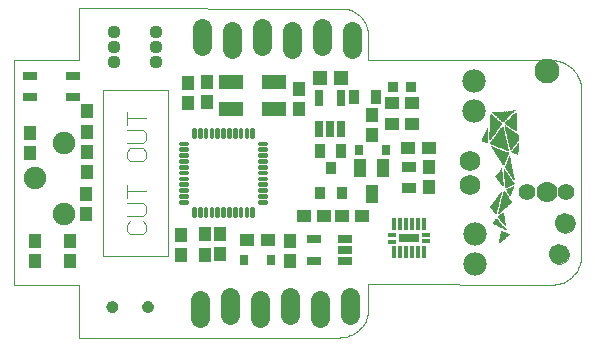
<source format=gbs>
G75*
G70*
%OFA0B0*%
%FSLAX24Y24*%
%IPPOS*%
%LPD*%
%AMOC8*
5,1,8,0,0,1.08239X$1,22.5*
%
%ADD10C,0.0000*%
%ADD11C,0.0670*%
%ADD12C,0.0039*%
%ADD13R,0.0003X0.0200*%
%ADD14R,0.0003X0.0210*%
%ADD15R,0.0003X0.0145*%
%ADD16R,0.0003X0.0217*%
%ADD17R,0.0003X0.0147*%
%ADD18R,0.0003X0.0230*%
%ADD19R,0.0003X0.0153*%
%ADD20R,0.0003X0.0238*%
%ADD21R,0.0003X0.0158*%
%ADD22R,0.0003X0.0245*%
%ADD23R,0.0003X0.0163*%
%ADD24R,0.0003X0.0255*%
%ADD25R,0.0003X0.0168*%
%ADD26R,0.0003X0.0265*%
%ADD27R,0.0003X0.0173*%
%ADD28R,0.0003X0.0275*%
%ADD29R,0.0003X0.0177*%
%ADD30R,0.0003X0.0285*%
%ADD31R,0.0003X0.0182*%
%ADD32R,0.0003X0.0295*%
%ADD33R,0.0003X0.0187*%
%ADD34R,0.0003X0.0300*%
%ADD35R,0.0003X0.0195*%
%ADD36R,0.0003X0.0310*%
%ADD37R,0.0003X0.0198*%
%ADD38R,0.0003X0.0323*%
%ADD39R,0.0003X0.0203*%
%ADD40R,0.0003X0.0328*%
%ADD41R,0.0003X0.0320*%
%ADD42R,0.0003X0.0213*%
%ADD43R,0.0003X0.0318*%
%ADD44R,0.0003X0.0315*%
%ADD45R,0.0003X0.0225*%
%ADD46R,0.0003X0.0308*%
%ADD47R,0.0003X0.0227*%
%ADD48R,0.0003X0.0305*%
%ADD49R,0.0003X0.0233*%
%ADD50R,0.0003X0.0297*%
%ADD51R,0.0003X0.0293*%
%ADD52R,0.0003X0.0248*%
%ADD53R,0.0003X0.0288*%
%ADD54R,0.0003X0.0253*%
%ADD55R,0.0003X0.0280*%
%ADD56R,0.0003X0.0262*%
%ADD57R,0.0003X0.0267*%
%ADD58R,0.0003X0.0273*%
%ADD59R,0.0003X0.0278*%
%ADD60R,0.0003X0.0283*%
%ADD61R,0.0003X0.0257*%
%ADD62R,0.0003X0.0250*%
%ADD63R,0.0003X0.0630*%
%ADD64R,0.0003X0.0302*%
%ADD65R,0.0003X0.0243*%
%ADD66R,0.0003X0.0628*%
%ADD67R,0.0003X0.0235*%
%ADD68R,0.0003X0.0623*%
%ADD69R,0.0003X0.0313*%
%ADD70R,0.0003X0.0617*%
%ADD71R,0.0003X0.0615*%
%ADD72R,0.0003X0.0222*%
%ADD73R,0.0003X0.0610*%
%ADD74R,0.0003X0.0220*%
%ADD75R,0.0003X0.0605*%
%ADD76R,0.0003X0.0333*%
%ADD77R,0.0003X0.0602*%
%ADD78R,0.0003X0.0335*%
%ADD79R,0.0003X0.0597*%
%ADD80R,0.0003X0.0343*%
%ADD81R,0.0003X0.0208*%
%ADD82R,0.0003X0.0592*%
%ADD83R,0.0003X0.0348*%
%ADD84R,0.0003X0.0590*%
%ADD85R,0.0003X0.0352*%
%ADD86R,0.0003X0.0585*%
%ADD87R,0.0003X0.0357*%
%ADD88R,0.0003X0.0193*%
%ADD89R,0.0003X0.0580*%
%ADD90R,0.0003X0.0362*%
%ADD91R,0.0003X0.0190*%
%ADD92R,0.0003X0.0575*%
%ADD93R,0.0003X0.0367*%
%ADD94R,0.0003X0.0573*%
%ADD95R,0.0003X0.0370*%
%ADD96R,0.0003X0.0180*%
%ADD97R,0.0003X0.0568*%
%ADD98R,0.0003X0.0377*%
%ADD99R,0.0003X0.0563*%
%ADD100R,0.0003X0.0382*%
%ADD101R,0.0003X0.0175*%
%ADD102R,0.0003X0.0560*%
%ADD103R,0.0003X0.0385*%
%ADD104R,0.0003X0.0170*%
%ADD105R,0.0003X0.0555*%
%ADD106R,0.0003X0.0393*%
%ADD107R,0.0003X0.0165*%
%ADD108R,0.0003X0.0550*%
%ADD109R,0.0003X0.0398*%
%ADD110R,0.0003X0.0160*%
%ADD111R,0.0003X0.0548*%
%ADD112R,0.0003X0.0400*%
%ADD113R,0.0003X0.0543*%
%ADD114R,0.0003X0.0405*%
%ADD115R,0.0003X0.0537*%
%ADD116R,0.0003X0.0413*%
%ADD117R,0.0003X0.0532*%
%ADD118R,0.0003X0.0418*%
%ADD119R,0.0003X0.0005*%
%ADD120R,0.0003X0.0530*%
%ADD121R,0.0003X0.0420*%
%ADD122R,0.0003X0.0138*%
%ADD123R,0.0003X0.0010*%
%ADD124R,0.0003X0.0525*%
%ADD125R,0.0003X0.0428*%
%ADD126R,0.0003X0.0135*%
%ADD127R,0.0003X0.0013*%
%ADD128R,0.0003X0.0520*%
%ADD129R,0.0003X0.0432*%
%ADD130R,0.0003X0.0130*%
%ADD131R,0.0003X0.0018*%
%ADD132R,0.0003X0.0517*%
%ADD133R,0.0003X0.0435*%
%ADD134R,0.0003X0.0127*%
%ADD135R,0.0003X0.0022*%
%ADD136R,0.0003X0.0003*%
%ADD137R,0.0003X0.0510*%
%ADD138R,0.0003X0.0442*%
%ADD139R,0.0003X0.0123*%
%ADD140R,0.0003X0.0027*%
%ADD141R,0.0003X0.0508*%
%ADD142R,0.0003X0.0447*%
%ADD143R,0.0003X0.0118*%
%ADD144R,0.0003X0.0032*%
%ADD145R,0.0003X0.0505*%
%ADD146R,0.0003X0.0450*%
%ADD147R,0.0003X0.0115*%
%ADD148R,0.0003X0.0035*%
%ADD149R,0.0003X0.0008*%
%ADD150R,0.0003X0.0500*%
%ADD151R,0.0003X0.0455*%
%ADD152R,0.0003X0.0110*%
%ADD153R,0.0003X0.0045*%
%ADD154R,0.0003X0.0040*%
%ADD155R,0.0003X0.0495*%
%ADD156R,0.0003X0.0462*%
%ADD157R,0.0003X0.0105*%
%ADD158R,0.0003X0.0055*%
%ADD159R,0.0003X0.0015*%
%ADD160R,0.0003X0.0490*%
%ADD161R,0.0003X0.0465*%
%ADD162R,0.0003X0.0103*%
%ADD163R,0.0003X0.0067*%
%ADD164R,0.0003X0.0047*%
%ADD165R,0.0003X0.0485*%
%ADD166R,0.0003X0.0470*%
%ADD167R,0.0003X0.0095*%
%ADD168R,0.0003X0.0077*%
%ADD169R,0.0003X0.0480*%
%ADD170R,0.0003X0.0478*%
%ADD171R,0.0003X0.0092*%
%ADD172R,0.0003X0.0085*%
%ADD173R,0.0003X0.0057*%
%ADD174R,0.0003X0.0030*%
%ADD175R,0.0003X0.0020*%
%ADD176R,0.0003X0.0090*%
%ADD177R,0.0003X0.0063*%
%ADD178R,0.0003X0.0473*%
%ADD179R,0.0003X0.0037*%
%ADD180R,0.0003X0.0468*%
%ADD181R,0.0003X0.0493*%
%ADD182R,0.0003X0.0080*%
%ADD183R,0.0003X0.0070*%
%ADD184R,0.0003X0.0498*%
%ADD185R,0.0003X0.0075*%
%ADD186R,0.0003X0.0125*%
%ADD187R,0.0003X0.0460*%
%ADD188R,0.0003X0.0073*%
%ADD189R,0.0003X0.0133*%
%ADD190R,0.0003X0.0053*%
%ADD191R,0.0003X0.0143*%
%ADD192R,0.0003X0.0083*%
%ADD193R,0.0003X0.0512*%
%ADD194R,0.0003X0.0060*%
%ADD195R,0.0003X0.0515*%
%ADD196R,0.0003X0.0065*%
%ADD197R,0.0003X0.0100*%
%ADD198R,0.0003X0.0043*%
%ADD199R,0.0003X0.0437*%
%ADD200R,0.0003X0.0527*%
%ADD201R,0.0003X0.0050*%
%ADD202R,0.0003X0.0107*%
%ADD203R,0.0003X0.0430*%
%ADD204R,0.0003X0.0535*%
%ADD205R,0.0003X0.0113*%
%ADD206R,0.0003X0.0425*%
%ADD207R,0.0003X0.0088*%
%ADD208R,0.0003X0.0423*%
%ADD209R,0.0003X0.0545*%
%ADD210R,0.0003X0.0098*%
%ADD211R,0.0003X0.0025*%
%ADD212R,0.0003X0.0408*%
%ADD213R,0.0003X0.0565*%
%ADD214R,0.0003X0.0570*%
%ADD215R,0.0003X0.0395*%
%ADD216R,0.0003X0.0578*%
%ADD217R,0.0003X0.0388*%
%ADD218R,0.0003X0.0380*%
%ADD219R,0.0003X0.0595*%
%ADD220R,0.0003X0.0375*%
%ADD221R,0.0003X0.0600*%
%ADD222R,0.0003X0.0140*%
%ADD223R,0.0003X0.0150*%
%ADD224R,0.0003X0.0355*%
%ADD225R,0.0003X0.0155*%
%ADD226R,0.0003X0.0620*%
%ADD227R,0.0003X0.0365*%
%ADD228R,0.0003X0.0350*%
%ADD229R,0.0003X0.0345*%
%ADD230R,0.0003X0.0635*%
%ADD231R,0.0003X0.0643*%
%ADD232R,0.0003X0.0403*%
%ADD233R,0.0003X0.0338*%
%ADD234R,0.0003X0.0645*%
%ADD235R,0.0003X0.0650*%
%ADD236R,0.0003X0.0215*%
%ADD237R,0.0003X0.0185*%
%ADD238R,0.0003X0.0655*%
%ADD239R,0.0003X0.0325*%
%ADD240R,0.0003X0.0660*%
%ADD241R,0.0003X0.0665*%
%ADD242R,0.0003X0.0658*%
%ADD243R,0.0003X0.0648*%
%ADD244R,0.0003X0.0640*%
%ADD245R,0.0003X0.0120*%
%ADD246R,0.0003X0.0503*%
%ADD247R,0.0003X0.0612*%
%ADD248R,0.0003X0.0290*%
%ADD249R,0.0003X0.0260*%
%ADD250R,0.0003X0.0540*%
%ADD251R,0.0003X0.0270*%
%ADD252R,0.0003X0.0558*%
%ADD253R,0.0003X0.0553*%
%ADD254R,0.0003X0.0205*%
%ADD255R,0.0003X0.0522*%
%ADD256R,0.0003X0.0240*%
%ADD257R,0.0003X0.0483*%
%ADD258R,0.0003X0.0488*%
%ADD259R,0.0003X0.0330*%
%ADD260R,0.0003X0.0452*%
%ADD261R,0.0003X0.0457*%
%ADD262R,0.0003X0.0440*%
%ADD263R,0.0003X0.0410*%
%ADD264R,0.0003X0.0390*%
%ADD265R,0.0003X0.0372*%
%ADD266R,0.0003X0.0340*%
%ADD267R,0.0003X0.0445*%
%ADD268R,0.0003X0.0415*%
%ADD269R,0.0003X0.0475*%
%ADD270R,0.0003X0.0360*%
%ADD271R,0.0003X0.0587*%
%ADD272R,0.0003X0.0607*%
%ADD273R,0.0003X0.0583*%
%ADD274R,0.0003X0.0625*%
%ADD275R,0.0003X0.0653*%
%ADD276R,0.0003X0.0663*%
%ADD277R,0.0003X0.0673*%
%ADD278R,0.0003X0.0683*%
%ADD279R,0.0003X0.0690*%
%ADD280R,0.0003X0.0700*%
%ADD281R,0.0003X0.0710*%
%ADD282R,0.0003X0.0720*%
%ADD283R,0.0003X0.0730*%
%ADD284R,0.0003X0.0740*%
%ADD285R,0.0003X0.0737*%
%ADD286R,0.0003X0.0727*%
%ADD287R,0.0003X0.0725*%
%ADD288R,0.0003X0.0717*%
%ADD289R,0.0003X0.0715*%
%ADD290R,0.0003X0.0707*%
%ADD291R,0.0003X0.0705*%
%ADD292R,0.0003X0.0703*%
%ADD293R,0.0003X0.0695*%
%ADD294R,0.0003X0.0693*%
%ADD295R,0.0003X0.0685*%
%ADD296R,0.0003X0.0680*%
%ADD297R,0.0003X0.0670*%
%ADD298R,0.0003X0.0638*%
%ADD299R,0.0003X0.0633*%
%ADD300R,0.0003X0.0678*%
%ADD301R,0.0003X0.0688*%
%ADD302R,0.0003X0.0712*%
%ADD303R,0.0003X0.0722*%
%ADD304R,0.0003X0.0735*%
%ADD305R,0.0003X0.0745*%
%ADD306R,0.0003X0.0752*%
%ADD307R,0.0003X0.0757*%
%ADD308R,0.0003X0.0762*%
%ADD309R,0.0003X0.0767*%
%ADD310R,0.0003X0.0772*%
%ADD311R,0.0003X0.0780*%
%ADD312R,0.0003X0.0785*%
%ADD313R,0.0003X0.0790*%
%ADD314R,0.0003X0.0798*%
%ADD315R,0.0003X0.0803*%
%ADD316R,0.0003X0.0810*%
%ADD317R,0.0003X0.0813*%
%ADD318R,0.0003X0.0818*%
%ADD319R,0.0003X0.0825*%
%ADD320R,0.0003X0.0830*%
%ADD321R,0.0003X0.0770*%
%ADD322R,0.0434X0.0473*%
%ADD323C,0.0134*%
%ADD324R,0.0788X0.0473*%
%ADD325R,0.0512X0.0276*%
%ADD326R,0.0512X0.0257*%
%ADD327R,0.0158X0.0434*%
%ADD328R,0.0276X0.0138*%
%ADD329R,0.0670X0.0316*%
%ADD330R,0.0434X0.0591*%
%ADD331R,0.0288X0.0367*%
%ADD332R,0.0473X0.0434*%
%ADD333R,0.0512X0.0355*%
%ADD334R,0.0260X0.0540*%
%ADD335R,0.0355X0.0512*%
%ADD336R,0.0453X0.0465*%
%ADD337C,0.0780*%
%ADD338C,0.0680*%
%ADD339C,0.0749*%
%ADD340C,0.0394*%
%ADD341R,0.0355X0.0394*%
%ADD342R,0.0355X0.0355*%
%ADD343C,0.0437*%
%ADD344C,0.0640*%
%ADD345C,0.0555*%
%ADD346C,0.0700*%
%ADD347C,0.0827*%
D10*
X003148Y002009D02*
X003148Y009489D01*
X005313Y009489D01*
X005313Y011222D01*
X013990Y011206D01*
X014935Y010418D02*
X014935Y009501D01*
X021061Y009489D01*
X021123Y009487D01*
X021184Y009481D01*
X021245Y009472D01*
X021306Y009458D01*
X021365Y009441D01*
X021423Y009420D01*
X021480Y009395D01*
X021535Y009367D01*
X021588Y009336D01*
X021639Y009301D01*
X021688Y009263D01*
X021735Y009222D01*
X021778Y009179D01*
X021819Y009132D01*
X021857Y009083D01*
X021892Y009032D01*
X021923Y008979D01*
X021951Y008924D01*
X021976Y008867D01*
X021997Y008809D01*
X022014Y008750D01*
X022028Y008689D01*
X022037Y008628D01*
X022043Y008567D01*
X022045Y008505D01*
X022045Y002974D01*
X021002Y003013D02*
X021004Y003048D01*
X021010Y003083D01*
X021020Y003117D01*
X021033Y003150D01*
X021050Y003181D01*
X021071Y003209D01*
X021094Y003236D01*
X021121Y003259D01*
X021149Y003280D01*
X021180Y003297D01*
X021213Y003310D01*
X021247Y003320D01*
X021282Y003326D01*
X021317Y003328D01*
X021352Y003326D01*
X021387Y003320D01*
X021421Y003310D01*
X021454Y003297D01*
X021485Y003280D01*
X021513Y003259D01*
X021540Y003236D01*
X021563Y003209D01*
X021584Y003181D01*
X021601Y003150D01*
X021614Y003117D01*
X021624Y003083D01*
X021630Y003048D01*
X021632Y003013D01*
X021630Y002978D01*
X021624Y002943D01*
X021614Y002909D01*
X021601Y002876D01*
X021584Y002845D01*
X021563Y002817D01*
X021540Y002790D01*
X021513Y002767D01*
X021485Y002746D01*
X021454Y002729D01*
X021421Y002716D01*
X021387Y002706D01*
X021352Y002700D01*
X021317Y002698D01*
X021282Y002700D01*
X021247Y002706D01*
X021213Y002716D01*
X021180Y002729D01*
X021149Y002746D01*
X021121Y002767D01*
X021094Y002790D01*
X021071Y002817D01*
X021050Y002845D01*
X021033Y002876D01*
X021020Y002909D01*
X021010Y002943D01*
X021004Y002978D01*
X021002Y003013D01*
X021081Y002009D02*
X021142Y002011D01*
X021202Y002017D01*
X021262Y002026D01*
X021321Y002039D01*
X021379Y002056D01*
X021436Y002077D01*
X021492Y002101D01*
X021546Y002128D01*
X021598Y002159D01*
X021648Y002193D01*
X021696Y002230D01*
X021742Y002271D01*
X021784Y002313D01*
X021825Y002359D01*
X021862Y002407D01*
X021896Y002457D01*
X021927Y002509D01*
X021954Y002563D01*
X021978Y002619D01*
X021999Y002676D01*
X022016Y002734D01*
X022029Y002793D01*
X022038Y002853D01*
X022044Y002913D01*
X022046Y002974D01*
X021199Y004056D02*
X021201Y004091D01*
X021207Y004126D01*
X021217Y004160D01*
X021230Y004193D01*
X021247Y004224D01*
X021268Y004252D01*
X021291Y004279D01*
X021318Y004302D01*
X021346Y004323D01*
X021377Y004340D01*
X021410Y004353D01*
X021444Y004363D01*
X021479Y004369D01*
X021514Y004371D01*
X021549Y004369D01*
X021584Y004363D01*
X021618Y004353D01*
X021651Y004340D01*
X021682Y004323D01*
X021710Y004302D01*
X021737Y004279D01*
X021760Y004252D01*
X021781Y004224D01*
X021798Y004193D01*
X021811Y004160D01*
X021821Y004126D01*
X021827Y004091D01*
X021829Y004056D01*
X021827Y004021D01*
X021821Y003986D01*
X021811Y003952D01*
X021798Y003919D01*
X021781Y003888D01*
X021760Y003860D01*
X021737Y003833D01*
X021710Y003810D01*
X021682Y003789D01*
X021651Y003772D01*
X021618Y003759D01*
X021584Y003749D01*
X021549Y003743D01*
X021514Y003741D01*
X021479Y003743D01*
X021444Y003749D01*
X021410Y003759D01*
X021377Y003772D01*
X021346Y003789D01*
X021318Y003810D01*
X021291Y003833D01*
X021268Y003860D01*
X021247Y003888D01*
X021230Y003919D01*
X021217Y003952D01*
X021207Y003986D01*
X021201Y004021D01*
X021199Y004056D01*
X021081Y002009D02*
X014951Y002021D01*
X014951Y001210D01*
X014949Y001149D01*
X014943Y001089D01*
X014934Y001029D01*
X014921Y000970D01*
X014904Y000912D01*
X014883Y000855D01*
X014859Y000799D01*
X014832Y000745D01*
X014801Y000693D01*
X014767Y000643D01*
X014730Y000595D01*
X014689Y000549D01*
X014647Y000507D01*
X014601Y000466D01*
X014553Y000429D01*
X014503Y000395D01*
X014451Y000364D01*
X014397Y000337D01*
X014341Y000313D01*
X014284Y000292D01*
X014226Y000275D01*
X014167Y000262D01*
X014107Y000253D01*
X014047Y000247D01*
X013986Y000245D01*
X005293Y000237D01*
X005293Y002009D01*
X003148Y002009D01*
X006234Y001273D02*
X006236Y001299D01*
X006242Y001325D01*
X006252Y001350D01*
X006265Y001373D01*
X006281Y001393D01*
X006301Y001411D01*
X006323Y001426D01*
X006346Y001438D01*
X006372Y001446D01*
X006398Y001450D01*
X006424Y001450D01*
X006450Y001446D01*
X006476Y001438D01*
X006500Y001426D01*
X006521Y001411D01*
X006541Y001393D01*
X006557Y001373D01*
X006570Y001350D01*
X006580Y001325D01*
X006586Y001299D01*
X006588Y001273D01*
X006586Y001247D01*
X006580Y001221D01*
X006570Y001196D01*
X006557Y001173D01*
X006541Y001153D01*
X006521Y001135D01*
X006499Y001120D01*
X006476Y001108D01*
X006450Y001100D01*
X006424Y001096D01*
X006398Y001096D01*
X006372Y001100D01*
X006346Y001108D01*
X006322Y001120D01*
X006301Y001135D01*
X006281Y001153D01*
X006265Y001173D01*
X006252Y001196D01*
X006242Y001221D01*
X006236Y001247D01*
X006234Y001273D01*
X007415Y001273D02*
X007417Y001299D01*
X007423Y001325D01*
X007433Y001350D01*
X007446Y001373D01*
X007462Y001393D01*
X007482Y001411D01*
X007504Y001426D01*
X007527Y001438D01*
X007553Y001446D01*
X007579Y001450D01*
X007605Y001450D01*
X007631Y001446D01*
X007657Y001438D01*
X007681Y001426D01*
X007702Y001411D01*
X007722Y001393D01*
X007738Y001373D01*
X007751Y001350D01*
X007761Y001325D01*
X007767Y001299D01*
X007769Y001273D01*
X007767Y001247D01*
X007761Y001221D01*
X007751Y001196D01*
X007738Y001173D01*
X007722Y001153D01*
X007702Y001135D01*
X007680Y001120D01*
X007657Y001108D01*
X007631Y001100D01*
X007605Y001096D01*
X007579Y001096D01*
X007553Y001100D01*
X007527Y001108D01*
X007503Y001120D01*
X007482Y001135D01*
X007462Y001153D01*
X007446Y001173D01*
X007433Y001196D01*
X007423Y001221D01*
X007417Y001247D01*
X007415Y001273D01*
X007447Y003682D02*
X007007Y003682D01*
X006896Y003792D01*
X006896Y004012D01*
X007007Y004123D01*
X006896Y004290D02*
X007447Y004290D01*
X007557Y004400D01*
X007557Y004620D01*
X007447Y004730D01*
X006896Y004730D01*
X006896Y004898D02*
X006896Y005338D01*
X006896Y005118D02*
X007557Y005118D01*
X007447Y006113D02*
X007007Y006113D01*
X006896Y006223D01*
X006896Y006443D01*
X007007Y006553D01*
X007447Y006553D01*
X007557Y006443D01*
X007557Y006223D01*
X007447Y006113D01*
X007447Y006721D02*
X006896Y006721D01*
X007447Y006721D02*
X007557Y006831D01*
X007557Y007051D01*
X007447Y007161D01*
X006896Y007161D01*
X006896Y007328D02*
X006896Y007769D01*
X006896Y007549D02*
X007557Y007549D01*
X007447Y004123D02*
X007557Y004012D01*
X007557Y003792D01*
X007447Y003682D01*
X013990Y011206D02*
X014047Y011210D01*
X014104Y011209D01*
X014161Y011205D01*
X014217Y011197D01*
X014273Y011186D01*
X014328Y011171D01*
X014382Y011152D01*
X014434Y011130D01*
X014485Y011104D01*
X014534Y011075D01*
X014581Y011043D01*
X014626Y011008D01*
X014668Y010970D01*
X014708Y010930D01*
X014746Y010887D01*
X014780Y010841D01*
X014811Y010794D01*
X014839Y010744D01*
X014864Y010693D01*
X014886Y010640D01*
X014903Y010586D01*
X014918Y010531D01*
X014928Y010475D01*
X014935Y010419D01*
D11*
X021514Y004056D03*
X021317Y003013D03*
D12*
X008285Y002974D02*
X006100Y002974D01*
X006100Y008485D01*
X008285Y008485D01*
X008285Y002974D01*
D13*
X018820Y006864D03*
X018820Y006864D03*
X019245Y006442D03*
X019245Y006442D03*
X019592Y006587D03*
X019592Y006587D03*
X019872Y006477D03*
X019872Y006477D03*
X019982Y006619D03*
X019982Y006619D03*
X019780Y005669D03*
X019780Y005669D03*
X019715Y005127D03*
X019715Y005127D03*
X019672Y005109D03*
X019672Y005109D03*
X019372Y004524D03*
X019372Y004524D03*
X019112Y004599D03*
X019112Y004599D03*
X019395Y004244D03*
X019395Y004244D03*
X019235Y004092D03*
X019235Y004092D03*
X019275Y004072D03*
X019275Y004072D03*
X019277Y004069D03*
X019277Y004069D03*
X019532Y003644D03*
X019532Y003644D03*
X019317Y007654D03*
X019317Y007654D03*
X019617Y007674D03*
X019617Y007674D03*
D14*
X019607Y007669D03*
X019607Y007669D03*
X019650Y007397D03*
X019650Y007397D03*
X019945Y006894D03*
X019945Y006894D03*
X019980Y006612D03*
X019980Y006612D03*
X019590Y006592D03*
X019590Y006592D03*
X019255Y006432D03*
X019255Y006432D03*
X019252Y006434D03*
X019252Y006434D03*
X019150Y006762D03*
X019150Y006762D03*
X018825Y006869D03*
X018825Y006869D03*
X019517Y005704D03*
X019517Y005704D03*
X019777Y005679D03*
X019777Y005679D03*
X019725Y005414D03*
X019725Y005414D03*
X019707Y005117D03*
X019707Y005117D03*
X019332Y004874D03*
X019332Y004874D03*
X019665Y004774D03*
X019665Y004774D03*
X019375Y004529D03*
X019375Y004529D03*
X019400Y004244D03*
X019400Y004244D03*
X019260Y004084D03*
X019260Y004084D03*
X019262Y004082D03*
X019262Y004082D03*
X019240Y004094D03*
X019240Y004094D03*
X019525Y003642D03*
X019525Y003642D03*
D15*
X019575Y003649D03*
X019575Y003649D03*
X019357Y004002D03*
X019357Y004002D03*
X019355Y004004D03*
X019355Y004004D03*
X019367Y004249D03*
X019367Y004249D03*
X019355Y004482D03*
X019355Y004482D03*
X019745Y005167D03*
X019745Y005167D03*
X019762Y005397D03*
X019762Y005397D03*
X019510Y005747D03*
X019510Y005747D03*
X019570Y005934D03*
X019570Y005934D03*
X019840Y006462D03*
X019840Y006462D03*
X019197Y006487D03*
X019197Y006487D03*
X019195Y006489D03*
X019195Y006489D03*
X019112Y006744D03*
X019112Y006744D03*
X019020Y006887D03*
X019020Y006887D03*
X019355Y007349D03*
X019355Y007349D03*
X019257Y007679D03*
X019257Y007679D03*
X019677Y007707D03*
X019677Y007707D03*
X019977Y006904D03*
X019977Y006904D03*
D16*
X019940Y006893D03*
X019940Y006893D03*
X019977Y006603D03*
X019977Y006603D03*
X019882Y006480D03*
X019882Y006480D03*
X019587Y006598D03*
X019587Y006598D03*
X019570Y006308D03*
X019570Y006308D03*
X019260Y006428D03*
X019260Y006428D03*
X019335Y007648D03*
X019335Y007648D03*
X019600Y007665D03*
X019600Y007665D03*
X019330Y004868D03*
X019330Y004868D03*
X019662Y004775D03*
X019662Y004775D03*
X019377Y004535D03*
X019377Y004535D03*
X019402Y004243D03*
X019402Y004243D03*
X019252Y004090D03*
X019252Y004090D03*
X019245Y004095D03*
X019245Y004095D03*
X019520Y003643D03*
X019520Y003643D03*
X019377Y003530D03*
X019377Y003530D03*
D17*
X019362Y003485D03*
X019362Y003485D03*
X019572Y003648D03*
X019572Y003648D03*
X019352Y004005D03*
X019352Y004005D03*
X019350Y004008D03*
X019350Y004008D03*
X019205Y004078D03*
X019205Y004078D03*
X019690Y004765D03*
X019690Y004765D03*
X019760Y005398D03*
X019760Y005398D03*
X019275Y005593D03*
X019275Y005593D03*
X019595Y006333D03*
X019595Y006333D03*
X019842Y006463D03*
X019842Y006463D03*
X019975Y006903D03*
X019975Y006903D03*
X019612Y007390D03*
X019612Y007390D03*
X019675Y007705D03*
X019675Y007705D03*
X019260Y007678D03*
X019260Y007678D03*
X018795Y006845D03*
X018795Y006845D03*
D18*
X018835Y006877D03*
X018835Y006877D03*
X019592Y007127D03*
X019592Y007127D03*
X019662Y007399D03*
X019662Y007399D03*
X019585Y007657D03*
X019585Y007657D03*
X019347Y007642D03*
X019347Y007642D03*
X019975Y006594D03*
X019975Y006594D03*
X019890Y006484D03*
X019890Y006484D03*
X019772Y005694D03*
X019772Y005694D03*
X019307Y005597D03*
X019307Y005597D03*
X019715Y005419D03*
X019715Y005419D03*
X019697Y005104D03*
X019697Y005104D03*
X019687Y005099D03*
X019687Y005099D03*
X019410Y004242D03*
X019410Y004242D03*
X019495Y004142D03*
X019495Y004142D03*
X019510Y003642D03*
X019510Y003642D03*
D19*
X019567Y003648D03*
X019567Y003648D03*
X019570Y003648D03*
X019570Y003648D03*
X019347Y004010D03*
X019347Y004010D03*
X019345Y004013D03*
X019345Y004013D03*
X019687Y004765D03*
X019687Y004765D03*
X019757Y005398D03*
X019757Y005398D03*
X019792Y005628D03*
X019792Y005628D03*
X019572Y005935D03*
X019572Y005935D03*
X019277Y005593D03*
X019277Y005593D03*
X019845Y006463D03*
X019845Y006463D03*
X019605Y006558D03*
X019605Y006558D03*
X019972Y006903D03*
X019972Y006903D03*
X019570Y007180D03*
X019570Y007180D03*
X019352Y007348D03*
X019352Y007348D03*
X019267Y007675D03*
X019267Y007675D03*
X019265Y007675D03*
X019265Y007675D03*
X019667Y007700D03*
X019667Y007700D03*
X019670Y007703D03*
X019670Y007703D03*
D20*
X019580Y007653D03*
X019580Y007653D03*
X019577Y007653D03*
X019577Y007653D03*
X019357Y007638D03*
X019357Y007638D03*
X019930Y006890D03*
X019930Y006890D03*
X019972Y006585D03*
X019972Y006585D03*
X019562Y006300D03*
X019562Y006300D03*
X019277Y006410D03*
X019277Y006410D03*
X019165Y006770D03*
X019165Y006770D03*
X019770Y005703D03*
X019770Y005703D03*
X019310Y005598D03*
X019310Y005598D03*
X019710Y005423D03*
X019710Y005423D03*
X019692Y005098D03*
X019692Y005098D03*
X019690Y005098D03*
X019690Y005098D03*
X019322Y004848D03*
X019322Y004848D03*
X019505Y003640D03*
X019505Y003640D03*
X019382Y003545D03*
X019382Y003545D03*
D21*
X019565Y003648D03*
X019565Y003648D03*
X019337Y004018D03*
X019337Y004018D03*
X019652Y005120D03*
X019652Y005120D03*
X019737Y005155D03*
X019737Y005155D03*
X019755Y005400D03*
X019755Y005400D03*
X019847Y006465D03*
X019847Y006465D03*
X019207Y006478D03*
X019207Y006478D03*
X019120Y006748D03*
X019120Y006748D03*
X019970Y006903D03*
X019970Y006903D03*
X019350Y007348D03*
X019350Y007348D03*
X019272Y007673D03*
X019272Y007673D03*
X019662Y007698D03*
X019662Y007698D03*
D22*
X019570Y007649D03*
X019570Y007649D03*
X019670Y007399D03*
X019670Y007399D03*
X019927Y006889D03*
X019927Y006889D03*
X019970Y006579D03*
X019970Y006579D03*
X019900Y006489D03*
X019900Y006489D03*
X019560Y006297D03*
X019560Y006297D03*
X019285Y006404D03*
X019285Y006404D03*
X019170Y006772D03*
X019170Y006772D03*
X019312Y005599D03*
X019312Y005599D03*
X019320Y004842D03*
X019320Y004842D03*
X019130Y004599D03*
X019130Y004599D03*
D23*
X019375Y004248D03*
X019375Y004248D03*
X019330Y004025D03*
X019330Y004025D03*
X019332Y004023D03*
X019332Y004023D03*
X019350Y004920D03*
X019350Y004920D03*
X019735Y005153D03*
X019735Y005153D03*
X019455Y005398D03*
X019455Y005398D03*
X019790Y005638D03*
X019790Y005638D03*
X019590Y006328D03*
X019590Y006328D03*
X019602Y006563D03*
X019602Y006563D03*
X019122Y006748D03*
X019122Y006748D03*
X018802Y006850D03*
X018802Y006850D03*
X019347Y007348D03*
X019347Y007348D03*
X019277Y007670D03*
X019277Y007670D03*
X019657Y007695D03*
X019657Y007695D03*
X019967Y006900D03*
X019967Y006900D03*
D24*
X019920Y006887D03*
X019920Y006887D03*
X019967Y006572D03*
X019967Y006572D03*
X019295Y006394D03*
X019295Y006394D03*
X019292Y006397D03*
X019292Y006397D03*
X019175Y006774D03*
X019175Y006774D03*
X018847Y006887D03*
X018847Y006887D03*
X018945Y007067D03*
X018945Y007067D03*
X019375Y007632D03*
X019375Y007632D03*
X019560Y007644D03*
X019560Y007644D03*
X019317Y005599D03*
X019317Y005599D03*
X019700Y005427D03*
X019700Y005427D03*
X019490Y004159D03*
X019490Y004159D03*
X019492Y003639D03*
X019492Y003639D03*
X019385Y003554D03*
X019385Y003554D03*
D25*
X019100Y004600D03*
X019100Y004600D03*
X019750Y005403D03*
X019750Y005403D03*
X019282Y005593D03*
X019282Y005593D03*
X019587Y006325D03*
X019587Y006325D03*
X019215Y006470D03*
X019215Y006470D03*
X019125Y006750D03*
X019125Y006750D03*
X018805Y006853D03*
X018805Y006853D03*
X019625Y007393D03*
X019625Y007393D03*
X019652Y007693D03*
X019652Y007693D03*
X019965Y006900D03*
X019965Y006900D03*
D26*
X019965Y006564D03*
X019965Y006564D03*
X019912Y006494D03*
X019912Y006494D03*
X019302Y006387D03*
X019302Y006387D03*
X019180Y006777D03*
X019180Y006777D03*
X019302Y007337D03*
X019302Y007337D03*
X019682Y007402D03*
X019682Y007402D03*
X019547Y007637D03*
X019547Y007637D03*
X019385Y007627D03*
X019385Y007627D03*
X019320Y005599D03*
X019320Y005599D03*
X019695Y005429D03*
X019695Y005429D03*
X019642Y004784D03*
X019642Y004784D03*
X019392Y004572D03*
X019392Y004572D03*
X019137Y004599D03*
X019137Y004599D03*
X019387Y003562D03*
X019387Y003562D03*
D27*
X019552Y003645D03*
X019552Y003645D03*
X019317Y004035D03*
X019317Y004035D03*
X019315Y004038D03*
X019315Y004038D03*
X019220Y004085D03*
X019220Y004085D03*
X019362Y004500D03*
X019362Y004500D03*
X019680Y004768D03*
X019680Y004768D03*
X019730Y005145D03*
X019730Y005145D03*
X019285Y005593D03*
X019285Y005593D03*
X019787Y005645D03*
X019787Y005645D03*
X019577Y005938D03*
X019577Y005938D03*
X019222Y006463D03*
X019222Y006463D03*
X019220Y006465D03*
X019220Y006465D03*
X018807Y006855D03*
X018807Y006855D03*
X019627Y007393D03*
X019627Y007393D03*
X019647Y007690D03*
X019647Y007690D03*
X019287Y007668D03*
X019287Y007668D03*
X019285Y007668D03*
X019285Y007668D03*
X019962Y006900D03*
X019962Y006900D03*
D28*
X019605Y007094D03*
X019605Y007094D03*
X019540Y007632D03*
X019540Y007632D03*
X019537Y007632D03*
X019537Y007632D03*
X019397Y007622D03*
X019397Y007622D03*
X019962Y006554D03*
X019962Y006554D03*
X019917Y006497D03*
X019917Y006497D03*
X019550Y006287D03*
X019550Y006287D03*
X019605Y005952D03*
X019605Y005952D03*
X019760Y005737D03*
X019760Y005737D03*
X019690Y005432D03*
X019690Y005432D03*
X019477Y003637D03*
X019477Y003637D03*
X019390Y003569D03*
X019390Y003569D03*
D29*
X019550Y003645D03*
X019550Y003645D03*
X019505Y004103D03*
X019505Y004103D03*
X019222Y004085D03*
X019222Y004085D03*
X019365Y004505D03*
X019365Y004505D03*
X019677Y004770D03*
X019677Y004770D03*
X019727Y005143D03*
X019727Y005143D03*
X019585Y006323D03*
X019585Y006323D03*
X019860Y006470D03*
X019860Y006470D03*
X019960Y006898D03*
X019960Y006898D03*
X019577Y007163D03*
X019577Y007163D03*
X019630Y007393D03*
X019630Y007393D03*
X019340Y007345D03*
X019340Y007345D03*
X019292Y007665D03*
X019292Y007665D03*
X019642Y007688D03*
X019642Y007688D03*
X018810Y006858D03*
X018810Y006858D03*
X019225Y006460D03*
X019225Y006460D03*
D30*
X019192Y006784D03*
X019192Y006784D03*
X019922Y006499D03*
X019922Y006499D03*
X019960Y006547D03*
X019960Y006547D03*
X019757Y005744D03*
X019757Y005744D03*
X019685Y005434D03*
X019685Y005434D03*
X019305Y004802D03*
X019305Y004802D03*
X019145Y004599D03*
X019145Y004599D03*
X019470Y003637D03*
X019470Y003637D03*
X019392Y003577D03*
X019392Y003577D03*
X019405Y007619D03*
X019405Y007619D03*
X019530Y007627D03*
X019530Y007627D03*
D31*
X019637Y007685D03*
X019637Y007685D03*
X019297Y007663D03*
X019297Y007663D03*
X019957Y006898D03*
X019957Y006898D03*
X019135Y006755D03*
X019135Y006755D03*
X018812Y006858D03*
X018812Y006858D03*
X019227Y006458D03*
X019227Y006458D03*
X019230Y006455D03*
X019230Y006455D03*
X019582Y006320D03*
X019582Y006320D03*
X019740Y005408D03*
X019740Y005408D03*
X019342Y004900D03*
X019342Y004900D03*
X019675Y004770D03*
X019675Y004770D03*
X019300Y004050D03*
X019300Y004050D03*
X019302Y004048D03*
X019302Y004048D03*
X019545Y003645D03*
X019545Y003645D03*
D32*
X019395Y003584D03*
X019395Y003584D03*
X019482Y004189D03*
X019482Y004189D03*
X019442Y004237D03*
X019442Y004237D03*
X019402Y004597D03*
X019402Y004597D03*
X019332Y005602D03*
X019332Y005602D03*
X019755Y005752D03*
X019755Y005752D03*
X019542Y006279D03*
X019542Y006279D03*
X019330Y006362D03*
X019330Y006362D03*
X019957Y006539D03*
X019957Y006539D03*
X019197Y006787D03*
X019197Y006787D03*
X019610Y007082D03*
X019610Y007082D03*
X019700Y007404D03*
X019700Y007404D03*
X019517Y007619D03*
X019517Y007619D03*
X019417Y007614D03*
X019417Y007614D03*
D33*
X019302Y007660D03*
X019302Y007660D03*
X019630Y007680D03*
X019630Y007680D03*
X019632Y007683D03*
X019632Y007683D03*
X019955Y006898D03*
X019955Y006898D03*
X019865Y006473D03*
X019865Y006473D03*
X019595Y006580D03*
X019595Y006580D03*
X019235Y006450D03*
X019235Y006450D03*
X019137Y006755D03*
X019137Y006755D03*
X018815Y006860D03*
X018815Y006860D03*
X019515Y005718D03*
X019515Y005718D03*
X019737Y005408D03*
X019737Y005408D03*
X019107Y004600D03*
X019107Y004600D03*
X019227Y004088D03*
X019227Y004088D03*
X019295Y004055D03*
X019295Y004055D03*
X019542Y003645D03*
X019542Y003645D03*
D34*
X019457Y003634D03*
X019457Y003634D03*
X019627Y004789D03*
X019627Y004789D03*
X019675Y005439D03*
X019675Y005439D03*
X019440Y005482D03*
X019440Y005482D03*
X019335Y005602D03*
X019335Y005602D03*
X019335Y006357D03*
X019335Y006357D03*
X019932Y006504D03*
X019932Y006504D03*
X019955Y006532D03*
X019955Y006532D03*
X019200Y006787D03*
X019200Y006787D03*
X018867Y006902D03*
X018867Y006902D03*
X019702Y007404D03*
X019702Y007404D03*
X019512Y007617D03*
X019512Y007617D03*
X019422Y007612D03*
X019422Y007612D03*
D35*
X019312Y007657D03*
X019312Y007657D03*
X019622Y007677D03*
X019622Y007677D03*
X019582Y007149D03*
X019582Y007149D03*
X019952Y006897D03*
X019952Y006897D03*
X019240Y006447D03*
X019240Y006447D03*
X019717Y005129D03*
X019717Y005129D03*
X019670Y005109D03*
X019670Y005109D03*
X019670Y004772D03*
X019670Y004772D03*
X019110Y004599D03*
X019110Y004599D03*
X019392Y004244D03*
X019392Y004244D03*
X019230Y004089D03*
X019230Y004089D03*
X019535Y003644D03*
X019535Y003644D03*
X019537Y003644D03*
X019537Y003644D03*
X019372Y003517D03*
X019372Y003517D03*
D36*
X019397Y003592D03*
X019397Y003592D03*
X019450Y003634D03*
X019450Y003634D03*
X019407Y004607D03*
X019407Y004607D03*
X019155Y004599D03*
X019155Y004599D03*
X019670Y005442D03*
X019670Y005442D03*
X019537Y006274D03*
X019537Y006274D03*
X019342Y006349D03*
X019342Y006349D03*
X019952Y006524D03*
X019952Y006524D03*
X018872Y006907D03*
X018872Y006907D03*
X019282Y007332D03*
X019282Y007332D03*
X019432Y007607D03*
X019432Y007607D03*
X019502Y007612D03*
X019502Y007612D03*
D37*
X019620Y007675D03*
X019620Y007675D03*
X019315Y007655D03*
X019315Y007655D03*
X019332Y007343D03*
X019332Y007343D03*
X019642Y007395D03*
X019642Y007395D03*
X019950Y006895D03*
X019950Y006895D03*
X019142Y006758D03*
X019142Y006758D03*
X018947Y007100D03*
X018947Y007100D03*
X019242Y006443D03*
X019242Y006443D03*
X019577Y006315D03*
X019577Y006315D03*
X019295Y005595D03*
X019295Y005595D03*
X019732Y005410D03*
X019732Y005410D03*
X019337Y004888D03*
X019337Y004888D03*
X019232Y004090D03*
X019232Y004090D03*
X019280Y004068D03*
X019280Y004068D03*
X019282Y004065D03*
X019282Y004065D03*
D38*
X019455Y004235D03*
X019455Y004235D03*
X019160Y004598D03*
X019160Y004598D03*
X019662Y005445D03*
X019662Y005445D03*
X019437Y005495D03*
X019437Y005495D03*
X019342Y005603D03*
X019342Y005603D03*
X019355Y006338D03*
X019355Y006338D03*
X019950Y006515D03*
X019950Y006515D03*
X019212Y006793D03*
X019212Y006793D03*
X019277Y007330D03*
X019277Y007330D03*
X019445Y007603D03*
X019445Y007603D03*
X019490Y007605D03*
X019490Y007605D03*
X019440Y003633D03*
X019440Y003633D03*
D39*
X019530Y003643D03*
X019530Y003643D03*
X019272Y004073D03*
X019272Y004073D03*
X019270Y004075D03*
X019270Y004075D03*
X019500Y004120D03*
X019500Y004120D03*
X019667Y004773D03*
X019667Y004773D03*
X019335Y004880D03*
X019335Y004880D03*
X019712Y005123D03*
X019712Y005123D03*
X019730Y005413D03*
X019730Y005413D03*
X019585Y005943D03*
X019585Y005943D03*
X019575Y006313D03*
X019575Y006313D03*
X019875Y006478D03*
X019875Y006478D03*
X019947Y006895D03*
X019947Y006895D03*
X019645Y007395D03*
X019645Y007395D03*
X019330Y007343D03*
X019330Y007343D03*
X019320Y007653D03*
X019320Y007653D03*
X019615Y007673D03*
X019615Y007673D03*
X019145Y006760D03*
X019145Y006760D03*
X019247Y006440D03*
X019247Y006440D03*
D40*
X019357Y006335D03*
X019357Y006335D03*
X019947Y006510D03*
X019947Y006510D03*
X019885Y006875D03*
X019885Y006875D03*
X019720Y007408D03*
X019720Y007408D03*
X019485Y007603D03*
X019485Y007603D03*
X019450Y007600D03*
X019450Y007600D03*
X019747Y005778D03*
X019747Y005778D03*
X019345Y005603D03*
X019345Y005603D03*
X019617Y004793D03*
X019617Y004793D03*
X019412Y004620D03*
X019412Y004620D03*
X019457Y004233D03*
X019457Y004233D03*
X019437Y003633D03*
X019437Y003633D03*
D41*
X019442Y003634D03*
X019442Y003634D03*
X019400Y003599D03*
X019400Y003599D03*
X019477Y004207D03*
X019477Y004207D03*
X019410Y004614D03*
X019410Y004614D03*
X019620Y004792D03*
X019620Y004792D03*
X019665Y005444D03*
X019665Y005444D03*
X019530Y005632D03*
X019530Y005632D03*
X019352Y006339D03*
X019352Y006339D03*
X019350Y006342D03*
X019350Y006342D03*
X019945Y006509D03*
X019945Y006509D03*
X019887Y006877D03*
X019887Y006877D03*
X019617Y007064D03*
X019617Y007064D03*
X019715Y007407D03*
X019715Y007407D03*
X019492Y007607D03*
X019492Y007607D03*
X019442Y007604D03*
X019442Y007604D03*
X018877Y006909D03*
X018877Y006909D03*
D42*
X018827Y006870D03*
X018827Y006870D03*
X019587Y007138D03*
X019587Y007138D03*
X019942Y006893D03*
X019942Y006893D03*
X019880Y006480D03*
X019880Y006480D03*
X019572Y006310D03*
X019572Y006310D03*
X019587Y005943D03*
X019587Y005943D03*
X019300Y005595D03*
X019300Y005595D03*
X019255Y004088D03*
X019255Y004088D03*
X019257Y004085D03*
X019257Y004085D03*
X019522Y003643D03*
X019522Y003643D03*
X019330Y007650D03*
X019330Y007650D03*
X019327Y007650D03*
X019327Y007650D03*
X019605Y007668D03*
X019605Y007668D03*
D43*
X019495Y007608D03*
X019495Y007608D03*
X019440Y007605D03*
X019440Y007605D03*
X019280Y007330D03*
X019280Y007330D03*
X019890Y006878D03*
X019890Y006878D03*
X019942Y006508D03*
X019942Y006508D03*
X019750Y005770D03*
X019750Y005770D03*
X019292Y004770D03*
X019292Y004770D03*
X019157Y004598D03*
X019157Y004598D03*
X019452Y004235D03*
X019452Y004235D03*
X019445Y003633D03*
X019445Y003633D03*
D44*
X019447Y003634D03*
X019447Y003634D03*
X019667Y005444D03*
X019667Y005444D03*
X019340Y005602D03*
X019340Y005602D03*
X019615Y005957D03*
X019615Y005957D03*
X019535Y006272D03*
X019535Y006272D03*
X019347Y006344D03*
X019347Y006344D03*
X019562Y006657D03*
X019562Y006657D03*
X019940Y006507D03*
X019940Y006507D03*
X019210Y006792D03*
X019210Y006792D03*
X018942Y007032D03*
X018942Y007032D03*
X019712Y007407D03*
X019712Y007407D03*
X019497Y007609D03*
X019497Y007609D03*
X019437Y007607D03*
X019437Y007607D03*
D45*
X019342Y007644D03*
X019342Y007644D03*
X019590Y007659D03*
X019590Y007659D03*
X019937Y006892D03*
X019937Y006892D03*
X019267Y006419D03*
X019267Y006419D03*
X019567Y006304D03*
X019567Y006304D03*
X018832Y006874D03*
X018832Y006874D03*
X019305Y005597D03*
X019305Y005597D03*
X019717Y005419D03*
X019717Y005419D03*
X019700Y005107D03*
X019700Y005107D03*
X019685Y005102D03*
X019685Y005102D03*
X019327Y004862D03*
X019327Y004862D03*
X019380Y004542D03*
X019380Y004542D03*
X019122Y004599D03*
X019122Y004599D03*
X019407Y004242D03*
X019407Y004242D03*
X019515Y003642D03*
X019515Y003642D03*
D46*
X019480Y004198D03*
X019480Y004198D03*
X019447Y004235D03*
X019447Y004235D03*
X019625Y004790D03*
X019625Y004790D03*
X019337Y005603D03*
X019337Y005603D03*
X019752Y005763D03*
X019752Y005763D03*
X019612Y005955D03*
X019612Y005955D03*
X019340Y006350D03*
X019340Y006350D03*
X019565Y006650D03*
X019565Y006650D03*
X019937Y006505D03*
X019937Y006505D03*
X019205Y006790D03*
X019205Y006790D03*
X019707Y007405D03*
X019707Y007405D03*
X019505Y007613D03*
X019505Y007613D03*
X019430Y007608D03*
X019430Y007608D03*
D47*
X019345Y007643D03*
X019345Y007643D03*
X019587Y007658D03*
X019587Y007658D03*
X019660Y007398D03*
X019660Y007398D03*
X019320Y007340D03*
X019320Y007340D03*
X019935Y006890D03*
X019935Y006890D03*
X019585Y006603D03*
X019585Y006603D03*
X019270Y006418D03*
X019270Y006418D03*
X019160Y006768D03*
X019160Y006768D03*
X019592Y005945D03*
X019592Y005945D03*
X019520Y005690D03*
X019520Y005690D03*
X019447Y005438D03*
X019447Y005438D03*
X019325Y004855D03*
X019325Y004855D03*
X019657Y004778D03*
X019657Y004778D03*
X019512Y003640D03*
X019512Y003640D03*
X019380Y003538D03*
X019380Y003538D03*
D48*
X019452Y003634D03*
X019452Y003634D03*
X019455Y003634D03*
X019455Y003634D03*
X019405Y004602D03*
X019405Y004602D03*
X019297Y004782D03*
X019297Y004782D03*
X019337Y006354D03*
X019337Y006354D03*
X019935Y006504D03*
X019935Y006504D03*
X019895Y006879D03*
X019895Y006879D03*
X019285Y007332D03*
X019285Y007332D03*
X019427Y007609D03*
X019427Y007609D03*
X019507Y007614D03*
X019507Y007614D03*
X018870Y006904D03*
X018870Y006904D03*
D49*
X019162Y006768D03*
X019162Y006768D03*
X019272Y006415D03*
X019272Y006415D03*
X019275Y006413D03*
X019275Y006413D03*
X019565Y006303D03*
X019565Y006303D03*
X019892Y006485D03*
X019892Y006485D03*
X019932Y006890D03*
X019932Y006890D03*
X019317Y007340D03*
X019317Y007340D03*
X019350Y007640D03*
X019350Y007640D03*
X019352Y007640D03*
X019352Y007640D03*
X019582Y007655D03*
X019582Y007655D03*
X019712Y005420D03*
X019712Y005420D03*
X019695Y005100D03*
X019695Y005100D03*
X019382Y004548D03*
X019382Y004548D03*
X019125Y004598D03*
X019125Y004598D03*
X019507Y003640D03*
X019507Y003640D03*
D50*
X019460Y003635D03*
X019460Y003635D03*
X019150Y004598D03*
X019150Y004598D03*
X019300Y004790D03*
X019300Y004790D03*
X019630Y004788D03*
X019630Y004788D03*
X019677Y005438D03*
X019677Y005438D03*
X019527Y005645D03*
X019527Y005645D03*
X019610Y005955D03*
X019610Y005955D03*
X019332Y006358D03*
X019332Y006358D03*
X019567Y006645D03*
X019567Y006645D03*
X019930Y006503D03*
X019930Y006503D03*
X019900Y006880D03*
X019900Y006880D03*
X019287Y007333D03*
X019287Y007333D03*
X019420Y007613D03*
X019420Y007613D03*
X019515Y007618D03*
X019515Y007618D03*
D51*
X019520Y007620D03*
X019520Y007620D03*
X019522Y007623D03*
X019522Y007623D03*
X019415Y007615D03*
X019415Y007615D03*
X019412Y007615D03*
X019412Y007615D03*
X019290Y007333D03*
X019290Y007333D03*
X018865Y006900D03*
X018865Y006900D03*
X019327Y006363D03*
X019327Y006363D03*
X019927Y006500D03*
X019927Y006500D03*
X019902Y006880D03*
X019902Y006880D03*
X019680Y005438D03*
X019680Y005438D03*
X019440Y004238D03*
X019440Y004238D03*
X019462Y003635D03*
X019462Y003635D03*
D52*
X019497Y003640D03*
X019497Y003640D03*
X019417Y004240D03*
X019417Y004240D03*
X019387Y004560D03*
X019387Y004560D03*
X019650Y004780D03*
X019650Y004780D03*
X019705Y005425D03*
X019705Y005425D03*
X019767Y005710D03*
X019767Y005710D03*
X019597Y005948D03*
X019597Y005948D03*
X019287Y006400D03*
X019287Y006400D03*
X019580Y006615D03*
X019580Y006615D03*
X019925Y006888D03*
X019925Y006888D03*
X019672Y007400D03*
X019672Y007400D03*
X019310Y007338D03*
X019310Y007338D03*
X019365Y007635D03*
X019365Y007635D03*
X018842Y006883D03*
X018842Y006883D03*
D53*
X018862Y006898D03*
X018862Y006898D03*
X019292Y007333D03*
X019292Y007333D03*
X019695Y007403D03*
X019695Y007403D03*
X019527Y007625D03*
X019527Y007625D03*
X019407Y007618D03*
X019407Y007618D03*
X019607Y007088D03*
X019607Y007088D03*
X019905Y006883D03*
X019905Y006883D03*
X019570Y006638D03*
X019570Y006638D03*
X019925Y006500D03*
X019925Y006500D03*
X019322Y006368D03*
X019322Y006368D03*
X019607Y005953D03*
X019607Y005953D03*
X019330Y005600D03*
X019330Y005600D03*
X019682Y005435D03*
X019682Y005435D03*
X019400Y004590D03*
X019400Y004590D03*
X019437Y004238D03*
X019437Y004238D03*
X019467Y003635D03*
X019467Y003635D03*
D54*
X019420Y004240D03*
X019420Y004240D03*
X019647Y004780D03*
X019647Y004780D03*
X019702Y005425D03*
X019702Y005425D03*
X019557Y006295D03*
X019557Y006295D03*
X019905Y006490D03*
X019905Y006490D03*
X019922Y006888D03*
X019922Y006888D03*
X019675Y007400D03*
X019675Y007400D03*
X019307Y007338D03*
X019307Y007338D03*
X019370Y007633D03*
X019370Y007633D03*
X019372Y007633D03*
X019372Y007633D03*
X019562Y007645D03*
X019562Y007645D03*
X019565Y007645D03*
X019565Y007645D03*
X018845Y006885D03*
X018845Y006885D03*
D55*
X018857Y006894D03*
X018857Y006894D03*
X019295Y007334D03*
X019295Y007334D03*
X019920Y006497D03*
X019920Y006497D03*
X019547Y006284D03*
X019547Y006284D03*
X019397Y004584D03*
X019397Y004584D03*
X019485Y004177D03*
X019485Y004177D03*
X019472Y003637D03*
X019472Y003637D03*
D56*
X019485Y003638D03*
X019485Y003638D03*
X019425Y004240D03*
X019425Y004240D03*
X019312Y004823D03*
X019312Y004823D03*
X019910Y006493D03*
X019910Y006493D03*
X019917Y006885D03*
X019917Y006885D03*
X019025Y006953D03*
X019025Y006953D03*
X018850Y006888D03*
X018850Y006888D03*
X019382Y007628D03*
X019382Y007628D03*
X019550Y007638D03*
X019550Y007638D03*
X019552Y007638D03*
X019552Y007638D03*
D57*
X019387Y007625D03*
X019387Y007625D03*
X019602Y007100D03*
X019602Y007100D03*
X019915Y006885D03*
X019915Y006885D03*
X019575Y006628D03*
X019575Y006628D03*
X019305Y006385D03*
X019305Y006385D03*
X019552Y006290D03*
X019552Y006290D03*
X019602Y005950D03*
X019602Y005950D03*
X019762Y005728D03*
X019762Y005728D03*
X019182Y006778D03*
X019182Y006778D03*
X018852Y006890D03*
X018852Y006890D03*
X019427Y004238D03*
X019427Y004238D03*
X019487Y004168D03*
X019487Y004168D03*
X019482Y003638D03*
X019482Y003638D03*
D58*
X019140Y004598D03*
X019140Y004598D03*
X019310Y004815D03*
X019310Y004815D03*
X019310Y006380D03*
X019310Y006380D03*
X019915Y006495D03*
X019915Y006495D03*
X019912Y006885D03*
X019912Y006885D03*
X019185Y006780D03*
X019185Y006780D03*
X018855Y006893D03*
X018855Y006893D03*
X019687Y007403D03*
X019687Y007403D03*
X019542Y007633D03*
X019542Y007633D03*
X019395Y007623D03*
X019395Y007623D03*
D59*
X019400Y007620D03*
X019400Y007620D03*
X019535Y007630D03*
X019535Y007630D03*
X019690Y007403D03*
X019690Y007403D03*
X019297Y007335D03*
X019297Y007335D03*
X019187Y006780D03*
X019187Y006780D03*
X019572Y006633D03*
X019572Y006633D03*
X019910Y006883D03*
X019910Y006883D03*
X019315Y006375D03*
X019315Y006375D03*
X019312Y006378D03*
X019312Y006378D03*
X019525Y005660D03*
X019525Y005660D03*
X019325Y005600D03*
X019325Y005600D03*
X019442Y005468D03*
X019442Y005468D03*
X019687Y005433D03*
X019687Y005433D03*
X019637Y004785D03*
X019637Y004785D03*
X019307Y004808D03*
X019307Y004808D03*
X019142Y004598D03*
X019142Y004598D03*
X019432Y004238D03*
X019432Y004238D03*
X019475Y003638D03*
X019475Y003638D03*
D60*
X019435Y004238D03*
X019435Y004238D03*
X019635Y004785D03*
X019635Y004785D03*
X019327Y005600D03*
X019327Y005600D03*
X019320Y006370D03*
X019320Y006370D03*
X019317Y006373D03*
X019317Y006373D03*
X019190Y006783D03*
X019190Y006783D03*
X018860Y006895D03*
X018860Y006895D03*
X019692Y007403D03*
X019692Y007403D03*
X019532Y007628D03*
X019532Y007628D03*
X019402Y007620D03*
X019402Y007620D03*
X019907Y006883D03*
X019907Y006883D03*
D61*
X019907Y006493D03*
X019907Y006493D03*
X019600Y005950D03*
X019600Y005950D03*
X019765Y005720D03*
X019765Y005720D03*
X019522Y005673D03*
X019522Y005673D03*
X019445Y005455D03*
X019445Y005455D03*
X019315Y004828D03*
X019315Y004828D03*
X019645Y004783D03*
X019645Y004783D03*
X019390Y004565D03*
X019390Y004565D03*
X019135Y004598D03*
X019135Y004598D03*
X019422Y004240D03*
X019422Y004240D03*
X019490Y003638D03*
X019490Y003638D03*
X019677Y007400D03*
X019677Y007400D03*
X019557Y007643D03*
X019557Y007643D03*
X019377Y007630D03*
X019377Y007630D03*
D62*
X019367Y007634D03*
X019367Y007634D03*
X019567Y007647D03*
X019567Y007647D03*
X019597Y007112D03*
X019597Y007112D03*
X019172Y006774D03*
X019172Y006774D03*
X019290Y006399D03*
X019290Y006399D03*
X019902Y006489D03*
X019902Y006489D03*
X019315Y005599D03*
X019315Y005599D03*
X019317Y004834D03*
X019317Y004834D03*
X019132Y004599D03*
X019132Y004599D03*
X019495Y003639D03*
X019495Y003639D03*
D63*
X019732Y006829D03*
X019732Y006829D03*
X019705Y006849D03*
X019705Y006849D03*
X019387Y006882D03*
X019387Y006882D03*
X019897Y007437D03*
X019897Y007437D03*
D64*
X019705Y007405D03*
X019705Y007405D03*
X019510Y007615D03*
X019510Y007615D03*
X019425Y007610D03*
X019425Y007610D03*
X019612Y007075D03*
X019612Y007075D03*
X019897Y006880D03*
X019897Y006880D03*
X019202Y006788D03*
X019202Y006788D03*
X019540Y006278D03*
X019540Y006278D03*
X019672Y005440D03*
X019672Y005440D03*
X019152Y004598D03*
X019152Y004598D03*
X019445Y004235D03*
X019445Y004235D03*
D65*
X019415Y004240D03*
X019415Y004240D03*
X019492Y004150D03*
X019492Y004150D03*
X019500Y003640D03*
X019500Y003640D03*
X019707Y005423D03*
X019707Y005423D03*
X019282Y006405D03*
X019282Y006405D03*
X019167Y006770D03*
X019167Y006770D03*
X018840Y006880D03*
X018840Y006880D03*
X019897Y006488D03*
X019897Y006488D03*
X019572Y007650D03*
X019572Y007650D03*
X019362Y007635D03*
X019362Y007635D03*
D66*
X019895Y007435D03*
X019895Y007435D03*
X019735Y006830D03*
X019735Y006830D03*
D67*
X019582Y006609D03*
X019582Y006609D03*
X019895Y006487D03*
X019895Y006487D03*
X018837Y006879D03*
X018837Y006879D03*
X019315Y007339D03*
X019315Y007339D03*
X019665Y007399D03*
X019665Y007399D03*
X019355Y007639D03*
X019355Y007639D03*
X019655Y004779D03*
X019655Y004779D03*
X019412Y004242D03*
X019412Y004242D03*
D68*
X019382Y006878D03*
X019382Y006878D03*
X019892Y007435D03*
X019892Y007435D03*
D69*
X019710Y007405D03*
X019710Y007405D03*
X019500Y007610D03*
X019500Y007610D03*
X019435Y007605D03*
X019435Y007605D03*
X019615Y007070D03*
X019615Y007070D03*
X019892Y006878D03*
X019892Y006878D03*
X019207Y006790D03*
X019207Y006790D03*
X018875Y006908D03*
X018875Y006908D03*
X019345Y006348D03*
X019345Y006348D03*
X019622Y004790D03*
X019622Y004790D03*
X019295Y004775D03*
X019295Y004775D03*
X019450Y004235D03*
X019450Y004235D03*
D70*
X019147Y007298D03*
X019147Y007298D03*
X019890Y007435D03*
X019890Y007435D03*
D71*
X019887Y007434D03*
X019887Y007434D03*
X019740Y006832D03*
X019740Y006832D03*
X019380Y006877D03*
X019380Y006877D03*
D72*
X019157Y006765D03*
X019157Y006765D03*
X019590Y007133D03*
X019590Y007133D03*
X019657Y007398D03*
X019657Y007398D03*
X019592Y007660D03*
X019592Y007660D03*
X019595Y007663D03*
X019595Y007663D03*
X019340Y007645D03*
X019340Y007645D03*
X019887Y006483D03*
X019887Y006483D03*
X019265Y006423D03*
X019265Y006423D03*
X019702Y005110D03*
X019702Y005110D03*
X019405Y004243D03*
X019405Y004243D03*
D73*
X019502Y004837D03*
X019502Y004837D03*
X019742Y006832D03*
X019742Y006832D03*
X019375Y006874D03*
X019375Y006874D03*
X019150Y007299D03*
X019150Y007299D03*
X019885Y007434D03*
X019885Y007434D03*
D74*
X019655Y007397D03*
X019655Y007397D03*
X019322Y007342D03*
X019322Y007342D03*
X019337Y007647D03*
X019337Y007647D03*
X019597Y007664D03*
X019597Y007664D03*
X019155Y006764D03*
X019155Y006764D03*
X018830Y006874D03*
X018830Y006874D03*
X019262Y006424D03*
X019262Y006424D03*
X019590Y005944D03*
X019590Y005944D03*
X019775Y005687D03*
X019775Y005687D03*
X019302Y005597D03*
X019302Y005597D03*
X019720Y005417D03*
X019720Y005417D03*
X019682Y005102D03*
X019682Y005102D03*
X019660Y004777D03*
X019660Y004777D03*
X019120Y004599D03*
X019120Y004599D03*
X019247Y004094D03*
X019247Y004094D03*
X019250Y004092D03*
X019250Y004092D03*
X019517Y003642D03*
X019517Y003642D03*
X019885Y006482D03*
X019885Y006482D03*
D75*
X019745Y006834D03*
X019745Y006834D03*
X019697Y006867D03*
X019697Y006867D03*
X019487Y006829D03*
X019487Y006829D03*
X019152Y007299D03*
X019152Y007299D03*
X019882Y007434D03*
X019882Y007434D03*
D76*
X019722Y007408D03*
X019722Y007408D03*
X019480Y007600D03*
X019480Y007600D03*
X019457Y007598D03*
X019457Y007598D03*
X019272Y007328D03*
X019272Y007328D03*
X019882Y006875D03*
X019882Y006875D03*
X019362Y006330D03*
X019362Y006330D03*
X019657Y005448D03*
X019657Y005448D03*
X019460Y004233D03*
X019460Y004233D03*
X019475Y004215D03*
X019475Y004215D03*
X019402Y003608D03*
X019402Y003608D03*
D77*
X019372Y006873D03*
X019372Y006873D03*
X019880Y007433D03*
X019880Y007433D03*
D78*
X019477Y007599D03*
X019477Y007599D03*
X019460Y007597D03*
X019460Y007597D03*
X018885Y006917D03*
X018885Y006917D03*
X019220Y006797D03*
X019220Y006797D03*
X019557Y006667D03*
X019557Y006667D03*
X019880Y006874D03*
X019880Y006874D03*
X019365Y006327D03*
X019365Y006327D03*
X019527Y006264D03*
X019527Y006264D03*
X019620Y005959D03*
X019620Y005959D03*
X019745Y005787D03*
X019745Y005787D03*
X019347Y005604D03*
X019347Y005604D03*
X019655Y005449D03*
X019655Y005449D03*
X019615Y004794D03*
X019615Y004794D03*
X019415Y004627D03*
X019415Y004627D03*
X019432Y003632D03*
X019432Y003632D03*
D79*
X019695Y006873D03*
X019695Y006873D03*
X019877Y007433D03*
X019877Y007433D03*
D80*
X019727Y007408D03*
X019727Y007408D03*
X019467Y007593D03*
X019467Y007593D03*
X019267Y007328D03*
X019267Y007328D03*
X018887Y006918D03*
X018887Y006918D03*
X019225Y006800D03*
X019225Y006800D03*
X019877Y006873D03*
X019877Y006873D03*
X019372Y006320D03*
X019372Y006320D03*
X019435Y005510D03*
X019435Y005510D03*
X019652Y005450D03*
X019652Y005450D03*
X019167Y004598D03*
X019167Y004598D03*
X019465Y004233D03*
X019465Y004233D03*
X019405Y003615D03*
X019405Y003615D03*
D81*
X019375Y003523D03*
X019375Y003523D03*
X019527Y003643D03*
X019527Y003643D03*
X019265Y004080D03*
X019265Y004080D03*
X019237Y004093D03*
X019237Y004093D03*
X019677Y005105D03*
X019677Y005105D03*
X019710Y005120D03*
X019710Y005120D03*
X019727Y005413D03*
X019727Y005413D03*
X019450Y005425D03*
X019450Y005425D03*
X019877Y006478D03*
X019877Y006478D03*
X019327Y007343D03*
X019327Y007343D03*
X019325Y007650D03*
X019325Y007650D03*
X019610Y007670D03*
X019610Y007670D03*
D82*
X019875Y007433D03*
X019875Y007433D03*
X019157Y007300D03*
X019157Y007300D03*
X019367Y006870D03*
X019367Y006870D03*
X019752Y006835D03*
X019752Y006835D03*
X019510Y004835D03*
X019510Y004835D03*
X019497Y004825D03*
X019497Y004825D03*
D83*
X019170Y004598D03*
X019170Y004598D03*
X019467Y004233D03*
X019467Y004233D03*
X019422Y003630D03*
X019422Y003630D03*
X019647Y005453D03*
X019647Y005453D03*
X019742Y005795D03*
X019742Y005795D03*
X019375Y006318D03*
X019375Y006318D03*
X019227Y006800D03*
X019227Y006800D03*
X019625Y007045D03*
X019625Y007045D03*
X019875Y006873D03*
X019875Y006873D03*
D84*
X019365Y006869D03*
X019365Y006869D03*
X019872Y007432D03*
X019872Y007432D03*
D85*
X019735Y007410D03*
X019735Y007410D03*
X018892Y006923D03*
X018892Y006923D03*
X019872Y006873D03*
X019872Y006873D03*
X019380Y006313D03*
X019380Y006313D03*
X019625Y005963D03*
X019625Y005963D03*
X019355Y005605D03*
X019355Y005605D03*
X019172Y004598D03*
X019172Y004598D03*
X019470Y004230D03*
X019470Y004230D03*
X019420Y003630D03*
X019420Y003630D03*
X019417Y003630D03*
X019417Y003630D03*
X019407Y003623D03*
X019407Y003623D03*
D86*
X019755Y006837D03*
X019755Y006837D03*
X019692Y006879D03*
X019692Y006879D03*
X019870Y007432D03*
X019870Y007432D03*
D87*
X019737Y007410D03*
X019737Y007410D03*
X018895Y006923D03*
X018895Y006923D03*
X019870Y006870D03*
X019870Y006870D03*
X019385Y006308D03*
X019385Y006308D03*
X019357Y005605D03*
X019357Y005605D03*
X019642Y005455D03*
X019642Y005455D03*
X019605Y004798D03*
X019605Y004798D03*
X019277Y004730D03*
X019277Y004730D03*
X019415Y003630D03*
X019415Y003630D03*
D88*
X019287Y004060D03*
X019287Y004060D03*
X019285Y004063D03*
X019285Y004063D03*
X019390Y004245D03*
X019390Y004245D03*
X019370Y004518D03*
X019370Y004518D03*
X019735Y005410D03*
X019735Y005410D03*
X019292Y005595D03*
X019292Y005595D03*
X019582Y005940D03*
X019582Y005940D03*
X019237Y006448D03*
X019237Y006448D03*
X019140Y006758D03*
X019140Y006758D03*
X018817Y006863D03*
X018817Y006863D03*
X019640Y007395D03*
X019640Y007395D03*
X019625Y007678D03*
X019625Y007678D03*
X019310Y007658D03*
X019310Y007658D03*
X019870Y006475D03*
X019870Y006475D03*
D89*
X019757Y006837D03*
X019757Y006837D03*
X019360Y006867D03*
X019360Y006867D03*
X019162Y007302D03*
X019162Y007302D03*
X019867Y007432D03*
X019867Y007432D03*
X019515Y004834D03*
X019515Y004834D03*
D90*
X019175Y004598D03*
X019175Y004598D03*
X019627Y005963D03*
X019627Y005963D03*
X019550Y006685D03*
X019550Y006685D03*
X019867Y006870D03*
X019867Y006870D03*
X019630Y007033D03*
X019630Y007033D03*
X019740Y007410D03*
X019740Y007410D03*
X019260Y007325D03*
X019260Y007325D03*
X018897Y006925D03*
X018897Y006925D03*
D91*
X019335Y007344D03*
X019335Y007344D03*
X019637Y007394D03*
X019637Y007394D03*
X019627Y007679D03*
X019627Y007679D03*
X019307Y007659D03*
X019307Y007659D03*
X019305Y007659D03*
X019305Y007659D03*
X019867Y006474D03*
X019867Y006474D03*
X019580Y006317D03*
X019580Y006317D03*
X019782Y005662D03*
X019782Y005662D03*
X019720Y005134D03*
X019720Y005134D03*
X019667Y005112D03*
X019667Y005112D03*
X019340Y004894D03*
X019340Y004894D03*
X019672Y004772D03*
X019672Y004772D03*
X019502Y004112D03*
X019502Y004112D03*
X019292Y004057D03*
X019292Y004057D03*
X019290Y004059D03*
X019290Y004059D03*
X019540Y003644D03*
X019540Y003644D03*
D92*
X019517Y004832D03*
X019517Y004832D03*
X019037Y007127D03*
X019037Y007127D03*
X019165Y007302D03*
X019165Y007302D03*
X019865Y007432D03*
X019865Y007432D03*
D93*
X019742Y007410D03*
X019742Y007410D03*
X019257Y007325D03*
X019257Y007325D03*
X018900Y006928D03*
X018900Y006928D03*
X019865Y006870D03*
X019865Y006870D03*
X019535Y005600D03*
X019535Y005600D03*
X019637Y005458D03*
X019637Y005458D03*
X019360Y005605D03*
X019360Y005605D03*
X019425Y004650D03*
X019425Y004650D03*
X019177Y004598D03*
X019177Y004598D03*
D94*
X019682Y005990D03*
X019682Y005990D03*
X019862Y007430D03*
X019862Y007430D03*
D95*
X019745Y007412D03*
X019745Y007412D03*
X019255Y007324D03*
X019255Y007324D03*
X019240Y006807D03*
X019240Y006807D03*
X019862Y006869D03*
X019862Y006869D03*
X019515Y006252D03*
X019515Y006252D03*
X019397Y006297D03*
X019397Y006297D03*
X019395Y006299D03*
X019395Y006299D03*
X019630Y005964D03*
X019630Y005964D03*
X019432Y005527D03*
X019432Y005527D03*
X019600Y004799D03*
X019600Y004799D03*
D96*
X019662Y005114D03*
X019662Y005114D03*
X019725Y005139D03*
X019725Y005139D03*
X019742Y005407D03*
X019742Y005407D03*
X019785Y005654D03*
X019785Y005654D03*
X019580Y005939D03*
X019580Y005939D03*
X019287Y005594D03*
X019287Y005594D03*
X019105Y004599D03*
X019105Y004599D03*
X019385Y004247D03*
X019385Y004247D03*
X019305Y004047D03*
X019305Y004047D03*
X019307Y004044D03*
X019307Y004044D03*
X019547Y003647D03*
X019547Y003647D03*
X019370Y003507D03*
X019370Y003507D03*
X019862Y006472D03*
X019862Y006472D03*
X019597Y006574D03*
X019597Y006574D03*
X019132Y006754D03*
X019132Y006754D03*
X019632Y007394D03*
X019632Y007394D03*
X019640Y007687D03*
X019640Y007687D03*
X019295Y007664D03*
X019295Y007664D03*
D97*
X019860Y007430D03*
X019860Y007430D03*
X019352Y006863D03*
X019352Y006863D03*
X019685Y005985D03*
X019685Y005985D03*
D98*
X019402Y006293D03*
X019402Y006293D03*
X019860Y006868D03*
X019860Y006868D03*
X019252Y007323D03*
X019252Y007323D03*
X019632Y005460D03*
X019632Y005460D03*
X019597Y004800D03*
X019597Y004800D03*
X019270Y004710D03*
X019270Y004710D03*
D99*
X019487Y004800D03*
X019487Y004800D03*
X019522Y004830D03*
X019522Y004830D03*
X019680Y005990D03*
X019680Y005990D03*
X019767Y006840D03*
X019767Y006840D03*
X019857Y007430D03*
X019857Y007430D03*
D100*
X019752Y007413D03*
X019752Y007413D03*
X019250Y007323D03*
X019250Y007323D03*
X019635Y007020D03*
X019635Y007020D03*
X019857Y006868D03*
X019857Y006868D03*
X019247Y006810D03*
X019247Y006810D03*
X018907Y006933D03*
X018907Y006933D03*
X019407Y006288D03*
X019407Y006288D03*
X019632Y005965D03*
X019632Y005965D03*
X019732Y005828D03*
X019732Y005828D03*
X019595Y004803D03*
X019595Y004803D03*
X019182Y004598D03*
X019182Y004598D03*
D101*
X019102Y004599D03*
X019102Y004599D03*
X019345Y004907D03*
X019345Y004907D03*
X019660Y005117D03*
X019660Y005117D03*
X019745Y005404D03*
X019745Y005404D03*
X019857Y006469D03*
X019857Y006469D03*
X019130Y006752D03*
X019130Y006752D03*
X019342Y007347D03*
X019342Y007347D03*
X019290Y007667D03*
X019290Y007667D03*
X019645Y007689D03*
X019645Y007689D03*
X019382Y004247D03*
X019382Y004247D03*
X019310Y004042D03*
X019310Y004042D03*
X019312Y004039D03*
X019312Y004039D03*
D102*
X019685Y006897D03*
X019685Y006897D03*
X019172Y007304D03*
X019172Y007304D03*
X019855Y007429D03*
X019855Y007429D03*
D103*
X019855Y006867D03*
X019855Y006867D03*
X019545Y006697D03*
X019545Y006697D03*
X019510Y006247D03*
X019510Y006247D03*
X019367Y005607D03*
X019367Y005607D03*
X019267Y004704D03*
X019267Y004704D03*
D104*
X019347Y004914D03*
X019347Y004914D03*
X019657Y005117D03*
X019657Y005117D03*
X019747Y005404D03*
X019747Y005404D03*
X019855Y006469D03*
X019855Y006469D03*
X019600Y006569D03*
X019600Y006569D03*
X019217Y006467D03*
X019217Y006467D03*
X019127Y006752D03*
X019127Y006752D03*
X019575Y007169D03*
X019575Y007169D03*
X019345Y007347D03*
X019345Y007347D03*
X019282Y007669D03*
X019282Y007669D03*
X019650Y007692D03*
X019650Y007692D03*
X019380Y004247D03*
X019380Y004247D03*
X019217Y004084D03*
X019217Y004084D03*
X019320Y004034D03*
X019320Y004034D03*
X019322Y004032D03*
X019322Y004032D03*
X019555Y003647D03*
X019555Y003647D03*
X019367Y003499D03*
X019367Y003499D03*
D105*
X019525Y004829D03*
X019525Y004829D03*
X019770Y006842D03*
X019770Y006842D03*
X019345Y006859D03*
X019345Y006859D03*
X019175Y007304D03*
X019175Y007304D03*
X019852Y007429D03*
X019852Y007429D03*
D106*
X019757Y007413D03*
X019757Y007413D03*
X019852Y006865D03*
X019852Y006865D03*
X019542Y006703D03*
X019542Y006703D03*
X019252Y006813D03*
X019252Y006813D03*
X019415Y006280D03*
X019415Y006280D03*
X019417Y006278D03*
X019417Y006278D03*
X019635Y005968D03*
X019635Y005968D03*
X019430Y005540D03*
X019430Y005540D03*
X019265Y004698D03*
X019265Y004698D03*
X019187Y004598D03*
X019187Y004598D03*
D107*
X019360Y004494D03*
X019360Y004494D03*
X019377Y004247D03*
X019377Y004247D03*
X019507Y004094D03*
X019507Y004094D03*
X019327Y004027D03*
X019327Y004027D03*
X019325Y004029D03*
X019325Y004029D03*
X019215Y004084D03*
X019215Y004084D03*
X019557Y003647D03*
X019557Y003647D03*
X019560Y003647D03*
X019560Y003647D03*
X019682Y004767D03*
X019682Y004767D03*
X019655Y005119D03*
X019655Y005119D03*
X019732Y005149D03*
X019732Y005149D03*
X019512Y005732D03*
X019512Y005732D03*
X019575Y005937D03*
X019575Y005937D03*
X019852Y006467D03*
X019852Y006467D03*
X019212Y006472D03*
X019212Y006472D03*
X019622Y007392D03*
X019622Y007392D03*
X019655Y007694D03*
X019655Y007694D03*
X019280Y007669D03*
X019280Y007669D03*
D108*
X019850Y007429D03*
X019850Y007429D03*
X019772Y006842D03*
X019772Y006842D03*
X019527Y004829D03*
X019527Y004829D03*
D109*
X019435Y004675D03*
X019435Y004675D03*
X019372Y005608D03*
X019372Y005608D03*
X019420Y006275D03*
X019420Y006275D03*
X019850Y006865D03*
X019850Y006865D03*
X019030Y007025D03*
X019030Y007025D03*
D110*
X019572Y007174D03*
X019572Y007174D03*
X019620Y007392D03*
X019620Y007392D03*
X019660Y007697D03*
X019660Y007697D03*
X019275Y007672D03*
X019275Y007672D03*
X019210Y006474D03*
X019210Y006474D03*
X019850Y006467D03*
X019850Y006467D03*
X019280Y005594D03*
X019280Y005594D03*
X019752Y005402D03*
X019752Y005402D03*
X019685Y004767D03*
X019685Y004767D03*
X019097Y004599D03*
X019097Y004599D03*
X019212Y004082D03*
X019212Y004082D03*
X019335Y004022D03*
X019335Y004022D03*
X019562Y003647D03*
X019562Y003647D03*
X019365Y003492D03*
X019365Y003492D03*
D111*
X019690Y005970D03*
X019690Y005970D03*
X019502Y006795D03*
X019502Y006795D03*
X019177Y007305D03*
X019177Y007305D03*
X019847Y007428D03*
X019847Y007428D03*
D112*
X019762Y007414D03*
X019762Y007414D03*
X019242Y007322D03*
X019242Y007322D03*
X018915Y006939D03*
X018915Y006939D03*
X019257Y006817D03*
X019257Y006817D03*
X019640Y007009D03*
X019640Y007009D03*
X019847Y006864D03*
X019847Y006864D03*
X019505Y006242D03*
X019505Y006242D03*
X019422Y006274D03*
X019422Y006274D03*
X019637Y005969D03*
X019637Y005969D03*
X019620Y005467D03*
X019620Y005467D03*
X019262Y004692D03*
X019262Y004692D03*
D113*
X019530Y004828D03*
X019530Y004828D03*
X019675Y005988D03*
X019675Y005988D03*
X019777Y006843D03*
X019777Y006843D03*
X019680Y006910D03*
X019680Y006910D03*
X019337Y006855D03*
X019337Y006855D03*
X019180Y007305D03*
X019180Y007305D03*
X019845Y007428D03*
X019845Y007428D03*
D114*
X019765Y007414D03*
X019765Y007414D03*
X018917Y006942D03*
X018917Y006942D03*
X019260Y006817D03*
X019260Y006817D03*
X019845Y006864D03*
X019845Y006864D03*
X019502Y006239D03*
X019502Y006239D03*
X019427Y006269D03*
X019427Y006269D03*
X019375Y005609D03*
X019375Y005609D03*
X019260Y004684D03*
X019260Y004684D03*
D115*
X019480Y004783D03*
X019480Y004783D03*
X019532Y004828D03*
X019532Y004828D03*
X019335Y006855D03*
X019335Y006855D03*
X019842Y007428D03*
X019842Y007428D03*
D116*
X019770Y007415D03*
X019770Y007415D03*
X019237Y007320D03*
X019237Y007320D03*
X018922Y006945D03*
X018922Y006945D03*
X019537Y006713D03*
X019537Y006713D03*
X019842Y006863D03*
X019842Y006863D03*
X019725Y005853D03*
X019725Y005853D03*
X019612Y005470D03*
X019612Y005470D03*
X019440Y004685D03*
X019440Y004685D03*
X019257Y004678D03*
X019257Y004678D03*
X019195Y004598D03*
X019195Y004598D03*
D117*
X019332Y006853D03*
X019332Y006853D03*
X019677Y006915D03*
X019677Y006915D03*
X019840Y007428D03*
X019840Y007428D03*
D118*
X019772Y007415D03*
X019772Y007415D03*
X019235Y007320D03*
X019235Y007320D03*
X019645Y006995D03*
X019645Y006995D03*
X019840Y006863D03*
X019840Y006863D03*
X019267Y006820D03*
X019267Y006820D03*
X019610Y005470D03*
X019610Y005470D03*
D119*
X019830Y005504D03*
X019830Y005504D03*
X019840Y005359D03*
X019840Y005359D03*
X019825Y005269D03*
X019825Y005269D03*
X019577Y005167D03*
X019577Y005167D03*
X019747Y004742D03*
X019747Y004742D03*
X019037Y004602D03*
X019037Y004602D03*
X019127Y004047D03*
X019127Y004047D03*
X019537Y003979D03*
X019537Y003979D03*
X019557Y003834D03*
X019557Y003834D03*
X019560Y003832D03*
X019560Y003832D03*
X019757Y006424D03*
X019757Y006424D03*
X019072Y006604D03*
X019072Y006604D03*
X019070Y006607D03*
X019070Y006607D03*
X019032Y006704D03*
X019032Y006704D03*
X019417Y007364D03*
X019417Y007364D03*
X019530Y007377D03*
X019530Y007377D03*
X019822Y007784D03*
X019822Y007784D03*
X019825Y007787D03*
X019825Y007787D03*
X019110Y007739D03*
X019110Y007739D03*
D120*
X019837Y007427D03*
X019837Y007427D03*
X019185Y007307D03*
X019185Y007307D03*
X019330Y006852D03*
X019330Y006852D03*
X019507Y006784D03*
X019507Y006784D03*
X019782Y006844D03*
X019782Y006844D03*
X019535Y004827D03*
X019535Y004827D03*
X019477Y004777D03*
X019477Y004777D03*
D121*
X019442Y004692D03*
X019442Y004692D03*
X019580Y004809D03*
X019580Y004809D03*
X019255Y004672D03*
X019255Y004672D03*
X019197Y004597D03*
X019197Y004597D03*
X019642Y005972D03*
X019642Y005972D03*
X019497Y006234D03*
X019497Y006234D03*
X019440Y006257D03*
X019440Y006257D03*
X019535Y006719D03*
X019535Y006719D03*
X019837Y006862D03*
X019837Y006862D03*
X018925Y006947D03*
X018925Y006947D03*
D122*
X019190Y006493D03*
X019190Y006493D03*
X019837Y006460D03*
X019837Y006460D03*
X019607Y007390D03*
X019607Y007390D03*
X019685Y007710D03*
X019685Y007710D03*
X019250Y007683D03*
X019250Y007683D03*
X019765Y005395D03*
X019765Y005395D03*
X019642Y005128D03*
X019642Y005128D03*
X019512Y004073D03*
X019512Y004073D03*
X019367Y003993D03*
X019367Y003993D03*
X019365Y003995D03*
X019365Y003995D03*
X019580Y003650D03*
X019580Y003650D03*
X019360Y003478D03*
X019360Y003478D03*
D123*
X019675Y003662D03*
X019675Y003662D03*
X019555Y003837D03*
X019555Y003837D03*
X019552Y003839D03*
X019552Y003839D03*
X019130Y004047D03*
X019130Y004047D03*
X019745Y004742D03*
X019745Y004742D03*
X019837Y005359D03*
X019837Y005359D03*
X019535Y005917D03*
X019535Y005917D03*
X019762Y006427D03*
X019762Y006427D03*
X019642Y006472D03*
X019642Y006472D03*
X019037Y006707D03*
X019037Y006707D03*
X019530Y007279D03*
X019530Y007279D03*
X019532Y007377D03*
X019532Y007377D03*
X019415Y007364D03*
X019415Y007364D03*
X019115Y007737D03*
X019115Y007737D03*
X019817Y007782D03*
X019817Y007782D03*
X019864Y007801D03*
X019864Y007801D03*
D124*
X019835Y007427D03*
X019835Y007427D03*
X019675Y006922D03*
X019675Y006922D03*
X019187Y007307D03*
X019187Y007307D03*
X019537Y004824D03*
X019537Y004824D03*
D125*
X019445Y004698D03*
X019445Y004698D03*
X019200Y004598D03*
X019200Y004598D03*
X019605Y005473D03*
X019605Y005473D03*
X019495Y006230D03*
X019495Y006230D03*
X019447Y006250D03*
X019447Y006250D03*
X019272Y006823D03*
X019272Y006823D03*
X019647Y006990D03*
X019647Y006990D03*
X019835Y006860D03*
X019835Y006860D03*
X019230Y007318D03*
X019230Y007318D03*
D126*
X019360Y007352D03*
X019360Y007352D03*
X019605Y007389D03*
X019605Y007389D03*
X019687Y007712D03*
X019687Y007712D03*
X019247Y007684D03*
X019247Y007684D03*
X018790Y006842D03*
X018790Y006842D03*
X019107Y006742D03*
X019107Y006742D03*
X019187Y006497D03*
X019187Y006497D03*
X019835Y006459D03*
X019835Y006459D03*
X019270Y005592D03*
X019270Y005592D03*
X019767Y005394D03*
X019767Y005394D03*
X019750Y005172D03*
X019750Y005172D03*
X019360Y004947D03*
X019360Y004947D03*
X019087Y004599D03*
X019087Y004599D03*
X019362Y004249D03*
X019362Y004249D03*
X019370Y003992D03*
X019370Y003992D03*
X019372Y003989D03*
X019372Y003989D03*
D127*
X019547Y003843D03*
X019547Y003843D03*
X019550Y003840D03*
X019550Y003840D03*
X019672Y003660D03*
X019672Y003660D03*
X019132Y004048D03*
X019132Y004048D03*
X019302Y004260D03*
X019302Y004260D03*
X019040Y004600D03*
X019040Y004600D03*
X019580Y005165D03*
X019580Y005165D03*
X019820Y005263D03*
X019820Y005263D03*
X019835Y005360D03*
X019835Y005360D03*
X019222Y005583D03*
X019222Y005583D03*
X019080Y006598D03*
X019080Y006598D03*
X019077Y006600D03*
X019077Y006600D03*
X019535Y007378D03*
X019535Y007378D03*
X019815Y007780D03*
X019815Y007780D03*
X019120Y007735D03*
X019120Y007735D03*
X019117Y007735D03*
X019117Y007735D03*
D128*
X019190Y007309D03*
X019190Y007309D03*
X019832Y007427D03*
X019832Y007427D03*
X019787Y006847D03*
X019787Y006847D03*
X019325Y006849D03*
X019325Y006849D03*
X019697Y005944D03*
X019697Y005944D03*
X019540Y004824D03*
X019540Y004824D03*
D129*
X019575Y004810D03*
X019575Y004810D03*
X019250Y004658D03*
X019250Y004658D03*
X019202Y004598D03*
X019202Y004598D03*
X019452Y006245D03*
X019452Y006245D03*
X019532Y006725D03*
X019532Y006725D03*
X019832Y006860D03*
X019832Y006860D03*
D130*
X019832Y006459D03*
X019832Y006459D03*
X019182Y006502D03*
X019182Y006502D03*
X018787Y006839D03*
X018787Y006839D03*
X019362Y007352D03*
X019362Y007352D03*
X019602Y007389D03*
X019602Y007389D03*
X019692Y007714D03*
X019692Y007714D03*
X019242Y007684D03*
X019242Y007684D03*
X019362Y004954D03*
X019362Y004954D03*
X019360Y004249D03*
X019360Y004249D03*
X019377Y003984D03*
X019377Y003984D03*
X019585Y003649D03*
X019585Y003649D03*
D131*
X019670Y003660D03*
X019670Y003660D03*
X019540Y003848D03*
X019540Y003848D03*
X019535Y003988D03*
X019535Y003988D03*
X019305Y004260D03*
X019305Y004260D03*
X019742Y004743D03*
X019742Y004743D03*
X019832Y005363D03*
X019832Y005363D03*
X019827Y005513D03*
X019827Y005513D03*
X019642Y006380D03*
X019642Y006380D03*
X019640Y006478D03*
X019640Y006478D03*
X019765Y006428D03*
X019765Y006428D03*
X019082Y006595D03*
X019082Y006595D03*
X019040Y006708D03*
X019040Y006708D03*
X019532Y007273D03*
X019532Y007273D03*
X019537Y007378D03*
X019537Y007378D03*
X019810Y007778D03*
X019810Y007778D03*
X019125Y007733D03*
X019125Y007733D03*
D132*
X019830Y007425D03*
X019830Y007425D03*
X019672Y006928D03*
X019672Y006928D03*
X019510Y006778D03*
X019510Y006778D03*
X019035Y007093D03*
X019035Y007093D03*
X019552Y005500D03*
X019552Y005500D03*
X019555Y005498D03*
X019555Y005498D03*
D133*
X019600Y005477D03*
X019600Y005477D03*
X019425Y005567D03*
X019425Y005567D03*
X019492Y006229D03*
X019492Y006229D03*
X019830Y006859D03*
X019830Y006859D03*
X019650Y006984D03*
X019650Y006984D03*
X019782Y007417D03*
X019782Y007417D03*
X019227Y007317D03*
X019227Y007317D03*
D134*
X019240Y007685D03*
X019240Y007685D03*
X019695Y007715D03*
X019695Y007715D03*
X019102Y006738D03*
X019102Y006738D03*
X019180Y006503D03*
X019180Y006503D03*
X019602Y006340D03*
X019602Y006340D03*
X019830Y006458D03*
X019830Y006458D03*
X019267Y005590D03*
X019267Y005590D03*
X019770Y005393D03*
X019770Y005393D03*
X019755Y005178D03*
X019755Y005178D03*
X019637Y005130D03*
X019637Y005130D03*
X019697Y004760D03*
X019697Y004760D03*
X019085Y004600D03*
X019085Y004600D03*
X019195Y004075D03*
X019195Y004075D03*
X019380Y003983D03*
X019380Y003983D03*
X019382Y003980D03*
X019382Y003980D03*
X019587Y003650D03*
X019587Y003650D03*
D135*
X019535Y003853D03*
X019535Y003853D03*
X019532Y003855D03*
X019532Y003855D03*
X019137Y004050D03*
X019137Y004050D03*
X019315Y004385D03*
X019315Y004385D03*
X019740Y004745D03*
X019740Y004745D03*
X019402Y005058D03*
X019402Y005058D03*
X019815Y005255D03*
X019815Y005255D03*
X019830Y005363D03*
X019830Y005363D03*
X019537Y005918D03*
X019537Y005918D03*
X019640Y006378D03*
X019640Y006378D03*
X019087Y006590D03*
X019087Y006590D03*
X019015Y006820D03*
X019015Y006820D03*
X019410Y007363D03*
X019410Y007363D03*
X019540Y007378D03*
X019540Y007378D03*
X019130Y007730D03*
X019130Y007730D03*
X019805Y007775D03*
X019805Y007775D03*
D136*
X019827Y007788D03*
X019827Y007788D03*
X019107Y007740D03*
X019107Y007740D03*
X019297Y004260D03*
X019297Y004260D03*
X019562Y003830D03*
X019562Y003830D03*
D137*
X019557Y005497D03*
X019557Y005497D03*
X019700Y005937D03*
X019700Y005937D03*
X019320Y006847D03*
X019320Y006847D03*
X019195Y007309D03*
X019195Y007309D03*
X019827Y007424D03*
X019827Y007424D03*
D138*
X019787Y007418D03*
X019787Y007418D03*
X019652Y006978D03*
X019652Y006978D03*
X019827Y006858D03*
X019827Y006858D03*
X019282Y006828D03*
X019282Y006828D03*
X018935Y006955D03*
X018935Y006955D03*
X019460Y006238D03*
X019460Y006238D03*
X019717Y005878D03*
X019717Y005878D03*
X019390Y005610D03*
X019390Y005610D03*
D139*
X019265Y005590D03*
X019265Y005590D03*
X019775Y005390D03*
X019775Y005390D03*
X019365Y004960D03*
X019365Y004960D03*
X019700Y004760D03*
X019700Y004760D03*
X019082Y004600D03*
X019082Y004600D03*
X019192Y004073D03*
X019192Y004073D03*
X019390Y003975D03*
X019390Y003975D03*
X019590Y003650D03*
X019590Y003650D03*
X019605Y006343D03*
X019605Y006343D03*
X019612Y006540D03*
X019612Y006540D03*
X019827Y006455D03*
X019827Y006455D03*
X019177Y006505D03*
X019177Y006505D03*
X019175Y006508D03*
X019175Y006508D03*
X019100Y006738D03*
X019100Y006738D03*
X019597Y007388D03*
X019597Y007388D03*
X019700Y007718D03*
X019700Y007718D03*
X019235Y007688D03*
X019235Y007688D03*
D140*
X019407Y007363D03*
X019407Y007363D03*
X019802Y007773D03*
X019802Y007773D03*
X019637Y006483D03*
X019637Y006483D03*
X019092Y006585D03*
X019092Y006585D03*
X019090Y006588D03*
X019090Y006588D03*
X019825Y005520D03*
X019825Y005520D03*
X019827Y005365D03*
X019827Y005365D03*
X019812Y005253D03*
X019812Y005253D03*
X019587Y005160D03*
X019587Y005160D03*
X019470Y005313D03*
X019470Y005313D03*
X019400Y005053D03*
X019400Y005053D03*
X019737Y004745D03*
X019737Y004745D03*
X019045Y004600D03*
X019045Y004600D03*
X019140Y004050D03*
X019140Y004050D03*
D141*
X019470Y004758D03*
X019470Y004758D03*
X019560Y005495D03*
X019560Y005495D03*
X019415Y005615D03*
X019415Y005615D03*
X019512Y006770D03*
X019512Y006770D03*
X019317Y006845D03*
X019317Y006845D03*
X019670Y006933D03*
X019670Y006933D03*
X019825Y007425D03*
X019825Y007425D03*
D142*
X019790Y007418D03*
X019790Y007418D03*
X018937Y006958D03*
X018937Y006958D03*
X019825Y006858D03*
X019825Y006858D03*
X019465Y006233D03*
X019465Y006233D03*
X019650Y005975D03*
X019650Y005975D03*
X019245Y004645D03*
X019245Y004645D03*
X019207Y004598D03*
X019207Y004598D03*
D143*
X019080Y004600D03*
X019080Y004600D03*
X019190Y004073D03*
X019190Y004073D03*
X019395Y003970D03*
X019395Y003970D03*
X019397Y003968D03*
X019397Y003968D03*
X019595Y003650D03*
X019595Y003650D03*
X019632Y005133D03*
X019632Y005133D03*
X019760Y005185D03*
X019760Y005185D03*
X019262Y005590D03*
X019262Y005590D03*
X019507Y005763D03*
X019507Y005763D03*
X019562Y005930D03*
X019562Y005930D03*
X019825Y006455D03*
X019825Y006455D03*
X019172Y006510D03*
X019172Y006510D03*
X019097Y006735D03*
X019097Y006735D03*
X019560Y007205D03*
X019560Y007205D03*
X019595Y007388D03*
X019595Y007388D03*
X019367Y007353D03*
X019367Y007353D03*
X019230Y007690D03*
X019230Y007690D03*
X019705Y007720D03*
X019705Y007720D03*
D144*
X019795Y007770D03*
X019795Y007770D03*
X019405Y007363D03*
X019405Y007363D03*
X019050Y006713D03*
X019050Y006713D03*
X019095Y006583D03*
X019095Y006583D03*
X019775Y006433D03*
X019775Y006433D03*
X019230Y005585D03*
X019230Y005585D03*
X019825Y005365D03*
X019825Y005365D03*
X019397Y005045D03*
X019397Y005045D03*
X019047Y004600D03*
X019047Y004600D03*
X019142Y004053D03*
X019142Y004053D03*
X019517Y003868D03*
X019517Y003868D03*
X019520Y003865D03*
X019520Y003865D03*
X019657Y003658D03*
X019657Y003658D03*
X019337Y003408D03*
X019337Y003408D03*
D145*
X019545Y004822D03*
X019545Y004822D03*
X019417Y005612D03*
X019417Y005612D03*
X019665Y005982D03*
X019665Y005982D03*
X019795Y006849D03*
X019795Y006849D03*
X019822Y007424D03*
X019822Y007424D03*
D146*
X019792Y007419D03*
X019792Y007419D03*
X019822Y006857D03*
X019822Y006857D03*
X019527Y006737D03*
X019527Y006737D03*
X019285Y006829D03*
X019285Y006829D03*
X019467Y006232D03*
X019467Y006232D03*
X019487Y006224D03*
X019487Y006224D03*
X019715Y005887D03*
X019715Y005887D03*
X019392Y005612D03*
X019392Y005612D03*
X019592Y005479D03*
X019592Y005479D03*
D147*
X019460Y005367D03*
X019460Y005367D03*
X019777Y005389D03*
X019777Y005389D03*
X019802Y005597D03*
X019802Y005597D03*
X019367Y004967D03*
X019367Y004967D03*
X019702Y004759D03*
X019702Y004759D03*
X019345Y004457D03*
X019345Y004457D03*
X019352Y004252D03*
X019352Y004252D03*
X019187Y004072D03*
X019187Y004072D03*
X019400Y003967D03*
X019400Y003967D03*
X019402Y003964D03*
X019402Y003964D03*
X019597Y003652D03*
X019597Y003652D03*
X019822Y006454D03*
X019822Y006454D03*
X019170Y006512D03*
X019170Y006512D03*
X019225Y007692D03*
X019225Y007692D03*
X019227Y007692D03*
X019227Y007692D03*
X019707Y007722D03*
X019707Y007722D03*
D148*
X019792Y007769D03*
X019792Y007769D03*
X019142Y007727D03*
X019142Y007727D03*
X019140Y007727D03*
X019140Y007727D03*
X019547Y007379D03*
X019547Y007379D03*
X019097Y006582D03*
X019097Y006582D03*
X019100Y006579D03*
X019100Y006579D03*
X019635Y006374D03*
X019635Y006374D03*
X019497Y005819D03*
X019497Y005819D03*
X019822Y005529D03*
X019822Y005529D03*
X019822Y005367D03*
X019822Y005367D03*
X019807Y005247D03*
X019807Y005247D03*
X019735Y004747D03*
X019735Y004747D03*
X019320Y004397D03*
X019320Y004397D03*
X019312Y004259D03*
X019312Y004259D03*
X019532Y003999D03*
X019532Y003999D03*
X019515Y003869D03*
X019515Y003869D03*
D149*
X019677Y003660D03*
X019677Y003660D03*
X019300Y004260D03*
X019300Y004260D03*
X019310Y004373D03*
X019310Y004373D03*
X019407Y005070D03*
X019407Y005070D03*
X019822Y005265D03*
X019822Y005265D03*
X019220Y005583D03*
X019220Y005583D03*
X019495Y005835D03*
X019495Y005835D03*
X019645Y006383D03*
X019645Y006383D03*
X019760Y006425D03*
X019760Y006425D03*
X019075Y006603D03*
X019075Y006603D03*
X019035Y006705D03*
X019035Y006705D03*
X018955Y007208D03*
X018955Y007208D03*
X019112Y007738D03*
X019112Y007738D03*
X019820Y007783D03*
X019820Y007783D03*
D150*
X019820Y007424D03*
X019820Y007424D03*
X019797Y006849D03*
X019797Y006849D03*
X019412Y005614D03*
X019412Y005614D03*
X019550Y005514D03*
X019550Y005514D03*
X019547Y004822D03*
X019547Y004822D03*
X019467Y004752D03*
X019467Y004752D03*
D151*
X019565Y004814D03*
X019565Y004814D03*
X019590Y005482D03*
X019590Y005482D03*
X019395Y005612D03*
X019395Y005612D03*
X019485Y006222D03*
X019485Y006222D03*
X019820Y006857D03*
X019820Y006857D03*
X019795Y007419D03*
X019795Y007419D03*
X019032Y007059D03*
X019032Y007059D03*
D152*
X019092Y006734D03*
X019092Y006734D03*
X019165Y006517D03*
X019165Y006517D03*
X019820Y006452D03*
X019820Y006452D03*
X019592Y007387D03*
X019592Y007387D03*
X019712Y007724D03*
X019712Y007724D03*
X019715Y007727D03*
X019715Y007727D03*
X019222Y007694D03*
X019222Y007694D03*
X019220Y007694D03*
X019220Y007694D03*
X019765Y005192D03*
X019765Y005192D03*
X019705Y004759D03*
X019705Y004759D03*
X019077Y004599D03*
X019077Y004599D03*
X019350Y004252D03*
X019350Y004252D03*
X019405Y003962D03*
X019405Y003962D03*
X019600Y003652D03*
X019600Y003652D03*
D153*
X019340Y003414D03*
X019340Y003414D03*
X019502Y003879D03*
X019502Y003879D03*
X019500Y003882D03*
X019500Y003882D03*
X019322Y004402D03*
X019322Y004402D03*
X019802Y005239D03*
X019802Y005239D03*
X019817Y005369D03*
X019817Y005369D03*
X019820Y005537D03*
X019820Y005537D03*
X019235Y005587D03*
X019235Y005587D03*
X019632Y006494D03*
X019632Y006494D03*
X019107Y006572D03*
X019107Y006572D03*
X019540Y007254D03*
X019540Y007254D03*
X019152Y007722D03*
X019152Y007722D03*
X019780Y007762D03*
X019780Y007762D03*
D154*
X019787Y007764D03*
X019787Y007764D03*
X019790Y007767D03*
X019790Y007767D03*
X019147Y007724D03*
X019147Y007724D03*
X019402Y007362D03*
X019402Y007362D03*
X019550Y007379D03*
X019550Y007379D03*
X019052Y006714D03*
X019052Y006714D03*
X019102Y006577D03*
X019102Y006577D03*
X019105Y006574D03*
X019105Y006574D03*
X019542Y005919D03*
X019542Y005919D03*
X019820Y005369D03*
X019820Y005369D03*
X019147Y004054D03*
X019147Y004054D03*
X019507Y003877D03*
X019507Y003877D03*
X019510Y003874D03*
X019510Y003874D03*
D155*
X019227Y004599D03*
X019227Y004599D03*
X019567Y005492D03*
X019567Y005492D03*
X019410Y005614D03*
X019410Y005614D03*
X019662Y005982D03*
X019662Y005982D03*
X019310Y006842D03*
X019310Y006842D03*
X019817Y007424D03*
X019817Y007424D03*
D156*
X019215Y007315D03*
X019215Y007315D03*
X019292Y006833D03*
X019292Y006833D03*
X019817Y006855D03*
X019817Y006855D03*
X019482Y006218D03*
X019482Y006218D03*
X019585Y005483D03*
X019585Y005483D03*
X019562Y004815D03*
X019562Y004815D03*
D157*
X019767Y005194D03*
X019767Y005194D03*
X019805Y005587D03*
X019805Y005587D03*
X019560Y005929D03*
X019560Y005929D03*
X019817Y006452D03*
X019817Y006452D03*
X019617Y006529D03*
X019617Y006529D03*
X019160Y006522D03*
X019160Y006522D03*
X019090Y006732D03*
X019090Y006732D03*
X019372Y007354D03*
X019372Y007354D03*
X019590Y007387D03*
X019590Y007387D03*
X019720Y007729D03*
X019720Y007729D03*
X019215Y007697D03*
X019215Y007697D03*
X019347Y004252D03*
X019347Y004252D03*
X019182Y004069D03*
X019182Y004069D03*
X019415Y003954D03*
X019415Y003954D03*
X019417Y003952D03*
X019417Y003952D03*
X019605Y003652D03*
X019605Y003652D03*
D158*
X019642Y003657D03*
X019642Y003657D03*
X019485Y003894D03*
X019485Y003894D03*
X019155Y004057D03*
X019155Y004057D03*
X019322Y004257D03*
X019322Y004257D03*
X019325Y004409D03*
X019325Y004409D03*
X019727Y004749D03*
X019727Y004749D03*
X019602Y005152D03*
X019602Y005152D03*
X019812Y005372D03*
X019812Y005372D03*
X019817Y005544D03*
X019817Y005544D03*
X019115Y006564D03*
X019115Y006564D03*
X019062Y006719D03*
X019062Y006719D03*
X019542Y007249D03*
X019542Y007249D03*
X019560Y007382D03*
X019560Y007382D03*
X019395Y007359D03*
X019395Y007359D03*
X019165Y007717D03*
X019165Y007717D03*
X019770Y007757D03*
X019770Y007757D03*
X019772Y007757D03*
X019772Y007757D03*
D159*
X019812Y007779D03*
X019812Y007779D03*
X019412Y007364D03*
X019412Y007364D03*
X019122Y007734D03*
X019122Y007734D03*
X019817Y005259D03*
X019817Y005259D03*
X019582Y005164D03*
X019582Y005164D03*
X019405Y005064D03*
X019405Y005064D03*
X019312Y004379D03*
X019312Y004379D03*
X019135Y004049D03*
X019135Y004049D03*
X019542Y003847D03*
X019542Y003847D03*
X019545Y003844D03*
X019545Y003844D03*
D160*
X019465Y004747D03*
X019465Y004747D03*
X019552Y004819D03*
X019552Y004819D03*
X019570Y005492D03*
X019570Y005492D03*
X019665Y006947D03*
X019665Y006947D03*
X019815Y007422D03*
X019815Y007422D03*
X019202Y007312D03*
X019202Y007312D03*
D161*
X019657Y006964D03*
X019657Y006964D03*
X019815Y006854D03*
X019815Y006854D03*
X019295Y006834D03*
X019295Y006834D03*
X019480Y006219D03*
X019480Y006219D03*
X019397Y005612D03*
X019397Y005612D03*
X019237Y004627D03*
X019237Y004627D03*
X019215Y004597D03*
X019215Y004597D03*
X019800Y007419D03*
X019800Y007419D03*
D162*
X019587Y007385D03*
X019587Y007385D03*
X019722Y007730D03*
X019722Y007730D03*
X019212Y007698D03*
X019212Y007698D03*
X019815Y006450D03*
X019815Y006450D03*
X019785Y005385D03*
X019785Y005385D03*
X019770Y005198D03*
X019770Y005198D03*
X019625Y005138D03*
X019625Y005138D03*
X019372Y004980D03*
X019372Y004980D03*
X019707Y004758D03*
X019707Y004758D03*
X019340Y004445D03*
X019340Y004445D03*
X019075Y004600D03*
X019075Y004600D03*
X019180Y004068D03*
X019180Y004068D03*
X019352Y003453D03*
X019352Y003453D03*
D163*
X019345Y003430D03*
X019345Y003430D03*
X019632Y003655D03*
X019632Y003655D03*
X019470Y003908D03*
X019470Y003908D03*
X019467Y003910D03*
X019467Y003910D03*
X019162Y004060D03*
X019162Y004060D03*
X019330Y004255D03*
X019330Y004255D03*
X019385Y005013D03*
X019385Y005013D03*
X019607Y005148D03*
X019607Y005148D03*
X019805Y005375D03*
X019805Y005375D03*
X019815Y005555D03*
X019815Y005555D03*
X019795Y006440D03*
X019795Y006440D03*
X019127Y006553D03*
X019127Y006553D03*
X019070Y006723D03*
X019070Y006723D03*
X019390Y007358D03*
X019390Y007358D03*
X019567Y007383D03*
X019567Y007383D03*
X019175Y007713D03*
X019175Y007713D03*
X019757Y007750D03*
X019757Y007750D03*
X019760Y007750D03*
X019760Y007750D03*
D164*
X019155Y007720D03*
X019155Y007720D03*
X019555Y007380D03*
X019555Y007380D03*
X019057Y006715D03*
X019057Y006715D03*
X019110Y006570D03*
X019110Y006570D03*
X019782Y006435D03*
X019782Y006435D03*
X019815Y005370D03*
X019815Y005370D03*
X019800Y005235D03*
X019800Y005235D03*
X019597Y005155D03*
X019597Y005155D03*
X019730Y004748D03*
X019730Y004748D03*
X019052Y004600D03*
X019052Y004600D03*
X019320Y004258D03*
X019320Y004258D03*
X019150Y004055D03*
X019150Y004055D03*
X019530Y004008D03*
X019530Y004008D03*
X019497Y003883D03*
X019497Y003883D03*
X019647Y003658D03*
X019647Y003658D03*
D165*
X019222Y004597D03*
X019222Y004597D03*
X019572Y005489D03*
X019572Y005489D03*
X019420Y005597D03*
X019420Y005597D03*
X019305Y006839D03*
X019305Y006839D03*
X019805Y006852D03*
X019805Y006852D03*
X019812Y007422D03*
X019812Y007422D03*
X019205Y007312D03*
X019205Y007312D03*
D166*
X019297Y006837D03*
X019297Y006837D03*
X019812Y006854D03*
X019812Y006854D03*
X019710Y005902D03*
X019710Y005902D03*
X019400Y005612D03*
X019400Y005612D03*
D167*
X019255Y005589D03*
X019255Y005589D03*
X019462Y005354D03*
X019462Y005354D03*
X019807Y005579D03*
X019807Y005579D03*
X019375Y004987D03*
X019375Y004987D03*
X019710Y004757D03*
X019710Y004757D03*
X019342Y004254D03*
X019342Y004254D03*
X019430Y003942D03*
X019430Y003942D03*
X019812Y006449D03*
X019812Y006449D03*
X019152Y006529D03*
X019152Y006529D03*
X019150Y006532D03*
X019150Y006532D03*
X019085Y006729D03*
X019085Y006729D03*
X019377Y007354D03*
X019377Y007354D03*
X019730Y007734D03*
X019730Y007734D03*
D168*
X019747Y007743D03*
X019747Y007743D03*
X019187Y007708D03*
X019187Y007708D03*
X019385Y007358D03*
X019385Y007358D03*
X019572Y007383D03*
X019572Y007383D03*
X019075Y006725D03*
X019075Y006725D03*
X019135Y006545D03*
X019135Y006545D03*
X019137Y006543D03*
X019137Y006543D03*
X019620Y006358D03*
X019620Y006358D03*
X019552Y005925D03*
X019552Y005925D03*
X019502Y005790D03*
X019502Y005790D03*
X019247Y005588D03*
X019247Y005588D03*
X019812Y005563D03*
X019812Y005563D03*
X019800Y005378D03*
X019800Y005378D03*
X019612Y005145D03*
X019612Y005145D03*
X019382Y005005D03*
X019382Y005005D03*
X019065Y004600D03*
X019065Y004600D03*
X019167Y004063D03*
X019167Y004063D03*
X019455Y003920D03*
X019455Y003920D03*
X019625Y003655D03*
X019625Y003655D03*
D169*
X019232Y004612D03*
X019232Y004612D03*
X019575Y005489D03*
X019575Y005489D03*
X019657Y005979D03*
X019657Y005979D03*
X019520Y006754D03*
X019520Y006754D03*
X019302Y006839D03*
X019302Y006839D03*
X019807Y006852D03*
X019807Y006852D03*
X019810Y007422D03*
X019810Y007422D03*
X019207Y007312D03*
X019207Y007312D03*
D170*
X019807Y007420D03*
X019807Y007420D03*
X019810Y006853D03*
X019810Y006853D03*
X019707Y005910D03*
X019707Y005910D03*
X019547Y005528D03*
X019547Y005528D03*
X019577Y005488D03*
X019577Y005488D03*
X019220Y004598D03*
X019220Y004598D03*
D171*
X019337Y004440D03*
X019337Y004440D03*
X019712Y004755D03*
X019712Y004755D03*
X019620Y005140D03*
X019620Y005140D03*
X019775Y005203D03*
X019775Y005203D03*
X019790Y005383D03*
X019790Y005383D03*
X019615Y006353D03*
X019615Y006353D03*
X019620Y006523D03*
X019620Y006523D03*
X019810Y006448D03*
X019810Y006448D03*
X019082Y006728D03*
X019082Y006728D03*
X019205Y007700D03*
X019205Y007700D03*
X019732Y007735D03*
X019732Y007735D03*
X019175Y004065D03*
X019175Y004065D03*
X019432Y003940D03*
X019432Y003940D03*
X019612Y003653D03*
X019612Y003653D03*
X019350Y003445D03*
X019350Y003445D03*
D172*
X019620Y003654D03*
X019620Y003654D03*
X019445Y003929D03*
X019445Y003929D03*
X019442Y003932D03*
X019442Y003932D03*
X019337Y004254D03*
X019337Y004254D03*
X019715Y004754D03*
X019715Y004754D03*
X019810Y005572D03*
X019810Y005572D03*
X019555Y005927D03*
X019555Y005927D03*
X019805Y006447D03*
X019805Y006447D03*
X019622Y006517D03*
X019622Y006517D03*
X019142Y006539D03*
X019142Y006539D03*
X019382Y007357D03*
X019382Y007357D03*
X019577Y007384D03*
X019577Y007384D03*
X019195Y007704D03*
X019195Y007704D03*
X019740Y007739D03*
X019740Y007739D03*
D173*
X019767Y007755D03*
X019767Y007755D03*
X019167Y007715D03*
X019167Y007715D03*
X019117Y006563D03*
X019117Y006563D03*
X019630Y006500D03*
X019630Y006500D03*
X019627Y006365D03*
X019627Y006365D03*
X019547Y005923D03*
X019547Y005923D03*
X019500Y005805D03*
X019500Y005805D03*
X019810Y005373D03*
X019810Y005373D03*
X019795Y005230D03*
X019795Y005230D03*
X019390Y005025D03*
X019390Y005025D03*
X019057Y004600D03*
X019057Y004600D03*
X019482Y003898D03*
X019482Y003898D03*
X019640Y003655D03*
X019640Y003655D03*
X019342Y003423D03*
X019342Y003423D03*
D174*
X019660Y003659D03*
X019660Y003659D03*
X019525Y003862D03*
X019525Y003862D03*
X019522Y003864D03*
X019522Y003864D03*
X019310Y004259D03*
X019310Y004259D03*
X019317Y004392D03*
X019317Y004392D03*
X019590Y005159D03*
X019590Y005159D03*
X019810Y005249D03*
X019810Y005249D03*
X019540Y005919D03*
X019540Y005919D03*
X019637Y006377D03*
X019637Y006377D03*
X019772Y006432D03*
X019772Y006432D03*
X019047Y006712D03*
X019047Y006712D03*
X019535Y007267D03*
X019535Y007267D03*
X019545Y007379D03*
X019545Y007379D03*
X019137Y007729D03*
X019137Y007729D03*
X019135Y007729D03*
X019135Y007729D03*
X019797Y007772D03*
X019797Y007772D03*
X019800Y007772D03*
X019800Y007772D03*
D175*
X019807Y007777D03*
X019807Y007777D03*
X019127Y007732D03*
X019127Y007732D03*
X019042Y006709D03*
X019042Y006709D03*
X019085Y006594D03*
X019085Y006594D03*
X019767Y006429D03*
X019767Y006429D03*
X019225Y005584D03*
X019225Y005584D03*
X019585Y005162D03*
X019585Y005162D03*
X019042Y004602D03*
X019042Y004602D03*
X019537Y003852D03*
X019537Y003852D03*
X019667Y003659D03*
X019667Y003659D03*
X019335Y003399D03*
X019335Y003399D03*
D176*
X019615Y003654D03*
X019615Y003654D03*
X019437Y003934D03*
X019437Y003934D03*
X019435Y003937D03*
X019435Y003937D03*
X019340Y004254D03*
X019340Y004254D03*
X019070Y004599D03*
X019070Y004599D03*
X019792Y005382D03*
X019792Y005382D03*
X019252Y005589D03*
X019252Y005589D03*
X019807Y006447D03*
X019807Y006447D03*
X019147Y006534D03*
X019147Y006534D03*
X019552Y007224D03*
X019552Y007224D03*
X019580Y007384D03*
X019580Y007384D03*
X019202Y007702D03*
X019202Y007702D03*
X019200Y007702D03*
X019200Y007702D03*
X019735Y007737D03*
X019735Y007737D03*
D177*
X019765Y007753D03*
X019765Y007753D03*
X019170Y007715D03*
X019170Y007715D03*
X019545Y007243D03*
X019545Y007243D03*
X019065Y006720D03*
X019065Y006720D03*
X019122Y006558D03*
X019122Y006558D03*
X019625Y006363D03*
X019625Y006363D03*
X019792Y006440D03*
X019792Y006440D03*
X019807Y005373D03*
X019807Y005373D03*
X019605Y005150D03*
X019605Y005150D03*
X019060Y004600D03*
X019060Y004600D03*
X019327Y004415D03*
X019327Y004415D03*
X019160Y004060D03*
X019160Y004060D03*
X019475Y003903D03*
X019475Y003903D03*
X019477Y003900D03*
X019477Y003900D03*
X019635Y003655D03*
X019635Y003655D03*
D178*
X019217Y004598D03*
X019217Y004598D03*
X019235Y004618D03*
X019235Y004618D03*
X019580Y005485D03*
X019580Y005485D03*
X019660Y006958D03*
X019660Y006958D03*
X019805Y007420D03*
X019805Y007420D03*
X019210Y007313D03*
X019210Y007313D03*
D179*
X019537Y007260D03*
X019537Y007260D03*
X019145Y007725D03*
X019145Y007725D03*
X019635Y006488D03*
X019635Y006488D03*
X019777Y006433D03*
X019777Y006433D03*
X019232Y005585D03*
X019232Y005585D03*
X019592Y005158D03*
X019592Y005158D03*
X019805Y005243D03*
X019805Y005243D03*
X019050Y004600D03*
X019050Y004600D03*
X019315Y004258D03*
X019315Y004258D03*
X019145Y004053D03*
X019145Y004053D03*
X019512Y003873D03*
X019512Y003873D03*
X019655Y003658D03*
X019655Y003658D03*
D180*
X019457Y004728D03*
X019457Y004728D03*
X019560Y004815D03*
X019560Y004815D03*
X019582Y005485D03*
X019582Y005485D03*
X019655Y005978D03*
X019655Y005978D03*
X019522Y006748D03*
X019522Y006748D03*
X019212Y007313D03*
X019212Y007313D03*
X019802Y007420D03*
X019802Y007420D03*
D181*
X019802Y006850D03*
X019802Y006850D03*
X019705Y005920D03*
X019705Y005920D03*
X019550Y004820D03*
X019550Y004820D03*
X019225Y004598D03*
X019225Y004598D03*
D182*
X019335Y004254D03*
X019335Y004254D03*
X019450Y003924D03*
X019450Y003924D03*
X019452Y003922D03*
X019452Y003922D03*
X019622Y003654D03*
X019622Y003654D03*
X019347Y003439D03*
X019347Y003439D03*
X019717Y004754D03*
X019717Y004754D03*
X019380Y004999D03*
X019380Y004999D03*
X019615Y005144D03*
X019615Y005144D03*
X019782Y005214D03*
X019782Y005214D03*
X019797Y005379D03*
X019797Y005379D03*
X019802Y006444D03*
X019802Y006444D03*
X019575Y007384D03*
X019575Y007384D03*
X019190Y007707D03*
X019190Y007707D03*
X019745Y007742D03*
X019745Y007742D03*
D183*
X019177Y007712D03*
X019177Y007712D03*
X019550Y005924D03*
X019550Y005924D03*
X019245Y005587D03*
X019245Y005587D03*
X019787Y005219D03*
X019787Y005219D03*
X019802Y005377D03*
X019802Y005377D03*
X019610Y005147D03*
X019610Y005147D03*
X019330Y004422D03*
X019330Y004422D03*
X019462Y003914D03*
X019462Y003914D03*
X019465Y003912D03*
X019465Y003912D03*
D184*
X019565Y005493D03*
X019565Y005493D03*
X019515Y006765D03*
X019515Y006765D03*
X019312Y006843D03*
X019312Y006843D03*
X019667Y006940D03*
X019667Y006940D03*
X019800Y006850D03*
X019800Y006850D03*
X019200Y007310D03*
X019200Y007310D03*
D185*
X019185Y007709D03*
X019185Y007709D03*
X019750Y007744D03*
X019750Y007744D03*
X019752Y007747D03*
X019752Y007747D03*
X019072Y006724D03*
X019072Y006724D03*
X019625Y006512D03*
X019625Y006512D03*
X019800Y006444D03*
X019800Y006444D03*
X019785Y005217D03*
X019785Y005217D03*
X019332Y004427D03*
X019332Y004427D03*
X019165Y004062D03*
X019165Y004062D03*
X019457Y003919D03*
X019457Y003919D03*
D186*
X019387Y003977D03*
X019387Y003977D03*
X019385Y003979D03*
X019385Y003979D03*
X019515Y004064D03*
X019515Y004064D03*
X019357Y004252D03*
X019357Y004252D03*
X019347Y004464D03*
X019347Y004464D03*
X019635Y005132D03*
X019635Y005132D03*
X019757Y005182D03*
X019757Y005182D03*
X019772Y005392D03*
X019772Y005392D03*
X019800Y005604D03*
X019800Y005604D03*
X019565Y005932D03*
X019565Y005932D03*
X019562Y007199D03*
X019562Y007199D03*
X019600Y007389D03*
X019600Y007389D03*
X019365Y007352D03*
X019365Y007352D03*
X019237Y007687D03*
X019237Y007687D03*
X019697Y007717D03*
X019697Y007717D03*
X019357Y003469D03*
X019357Y003469D03*
D187*
X019212Y004597D03*
X019212Y004597D03*
X019240Y004632D03*
X019240Y004632D03*
X019455Y004722D03*
X019455Y004722D03*
X019712Y005894D03*
X019712Y005894D03*
X019477Y006222D03*
X019477Y006222D03*
X019475Y006224D03*
X019475Y006224D03*
X019525Y006742D03*
X019525Y006742D03*
X019797Y007419D03*
X019797Y007419D03*
D188*
X019570Y007383D03*
X019570Y007383D03*
X019547Y007235D03*
X019547Y007235D03*
X019387Y007358D03*
X019387Y007358D03*
X019182Y007710D03*
X019182Y007710D03*
X019180Y007710D03*
X019180Y007710D03*
X019755Y007748D03*
X019755Y007748D03*
X019130Y006550D03*
X019130Y006550D03*
X019132Y006548D03*
X019132Y006548D03*
X019622Y006360D03*
X019622Y006360D03*
X019797Y006443D03*
X019797Y006443D03*
X019465Y005340D03*
X019465Y005340D03*
X019720Y004753D03*
X019720Y004753D03*
X019062Y004600D03*
X019062Y004600D03*
X019332Y004255D03*
X019332Y004255D03*
X019525Y004025D03*
X019525Y004025D03*
X019460Y003915D03*
X019460Y003915D03*
X019627Y003655D03*
X019627Y003655D03*
X019630Y003655D03*
X019630Y003655D03*
D189*
X019582Y003650D03*
X019582Y003650D03*
X019375Y003988D03*
X019375Y003988D03*
X019197Y004075D03*
X019197Y004075D03*
X019350Y004470D03*
X019350Y004470D03*
X019695Y004763D03*
X019695Y004763D03*
X019640Y005128D03*
X019640Y005128D03*
X019752Y005175D03*
X019752Y005175D03*
X019797Y005613D03*
X019797Y005613D03*
X019567Y005933D03*
X019567Y005933D03*
X019600Y006338D03*
X019600Y006338D03*
X019610Y006545D03*
X019610Y006545D03*
X019185Y006498D03*
X019185Y006498D03*
X019105Y006740D03*
X019105Y006740D03*
X019565Y007193D03*
X019565Y007193D03*
X019690Y007713D03*
X019690Y007713D03*
X019245Y007685D03*
X019245Y007685D03*
D190*
X019162Y007718D03*
X019162Y007718D03*
X019557Y007380D03*
X019557Y007380D03*
X019775Y007758D03*
X019775Y007758D03*
X019060Y006718D03*
X019060Y006718D03*
X019630Y006368D03*
X019630Y006368D03*
X019787Y006438D03*
X019787Y006438D03*
X019797Y005233D03*
X019797Y005233D03*
X019600Y005153D03*
X019600Y005153D03*
X019055Y004600D03*
X019055Y004600D03*
X019487Y003893D03*
X019487Y003893D03*
X019490Y003890D03*
X019490Y003890D03*
D191*
X019360Y004000D03*
X019360Y004000D03*
X019202Y004078D03*
X019202Y004078D03*
X019090Y004600D03*
X019090Y004600D03*
X019357Y004940D03*
X019357Y004940D03*
X019645Y005125D03*
X019645Y005125D03*
X019795Y005620D03*
X019795Y005620D03*
X019597Y006335D03*
X019597Y006335D03*
X019567Y007188D03*
X019567Y007188D03*
X019610Y007390D03*
X019610Y007390D03*
X019680Y007708D03*
X019680Y007708D03*
X019255Y007680D03*
X019255Y007680D03*
D192*
X019192Y007705D03*
X019192Y007705D03*
X019742Y007740D03*
X019742Y007740D03*
X019550Y007230D03*
X019550Y007230D03*
X019017Y006853D03*
X019017Y006853D03*
X019077Y006725D03*
X019077Y006725D03*
X019140Y006540D03*
X019140Y006540D03*
X019250Y005588D03*
X019250Y005588D03*
X019795Y005380D03*
X019795Y005380D03*
X019780Y005210D03*
X019780Y005210D03*
X019067Y004600D03*
X019067Y004600D03*
X019335Y004433D03*
X019335Y004433D03*
X019170Y004063D03*
X019170Y004063D03*
X019447Y003925D03*
X019447Y003925D03*
D193*
X019542Y004823D03*
X019542Y004823D03*
X019792Y006848D03*
X019792Y006848D03*
D194*
X019120Y006559D03*
X019120Y006559D03*
X019790Y006439D03*
X019790Y006439D03*
X019240Y005587D03*
X019240Y005587D03*
X019792Y005227D03*
X019792Y005227D03*
X019387Y005019D03*
X019387Y005019D03*
X019725Y004752D03*
X019725Y004752D03*
X019325Y004257D03*
X019325Y004257D03*
X019157Y004059D03*
X019157Y004059D03*
X019480Y003899D03*
X019480Y003899D03*
X019527Y004017D03*
X019527Y004017D03*
X019637Y003657D03*
X019637Y003657D03*
X019392Y007359D03*
X019392Y007359D03*
X019562Y007382D03*
X019562Y007382D03*
D195*
X019192Y007309D03*
X019192Y007309D03*
X019322Y006849D03*
X019322Y006849D03*
X019790Y006847D03*
X019790Y006847D03*
X019667Y005984D03*
X019667Y005984D03*
X019472Y004764D03*
X019472Y004764D03*
D196*
X019722Y004752D03*
X019722Y004752D03*
X019327Y004257D03*
X019327Y004257D03*
X019472Y003904D03*
X019472Y003904D03*
X019790Y005224D03*
X019790Y005224D03*
X019242Y005587D03*
X019242Y005587D03*
X019125Y006554D03*
X019125Y006554D03*
X019067Y006722D03*
X019067Y006722D03*
X019627Y006507D03*
X019627Y006507D03*
X018952Y007177D03*
X018952Y007177D03*
X019172Y007714D03*
X019172Y007714D03*
X019565Y007382D03*
X019565Y007382D03*
X019762Y007752D03*
X019762Y007752D03*
D197*
X019725Y007732D03*
X019725Y007732D03*
X019210Y007699D03*
X019210Y007699D03*
X019375Y007354D03*
X019375Y007354D03*
X019087Y006732D03*
X019087Y006732D03*
X019155Y006527D03*
X019155Y006527D03*
X019157Y006524D03*
X019157Y006524D03*
X019257Y005589D03*
X019257Y005589D03*
X019787Y005384D03*
X019787Y005384D03*
X019622Y005139D03*
X019622Y005139D03*
X019520Y004047D03*
X019520Y004047D03*
X019422Y003947D03*
X019422Y003947D03*
X019420Y003949D03*
X019420Y003949D03*
X019607Y003652D03*
X019607Y003652D03*
D198*
X019650Y003658D03*
X019650Y003658D03*
X019652Y003658D03*
X019652Y003658D03*
X019505Y003878D03*
X019505Y003878D03*
X019317Y004258D03*
X019317Y004258D03*
X019732Y004748D03*
X019732Y004748D03*
X019395Y005038D03*
X019395Y005038D03*
X019595Y005155D03*
X019595Y005155D03*
X019632Y006370D03*
X019632Y006370D03*
X019780Y006435D03*
X019780Y006435D03*
X019055Y006715D03*
X019055Y006715D03*
X019400Y007360D03*
X019400Y007360D03*
X019552Y007380D03*
X019552Y007380D03*
X019150Y007723D03*
X019150Y007723D03*
X019782Y007763D03*
X019782Y007763D03*
X019785Y007763D03*
X019785Y007763D03*
D199*
X019785Y007418D03*
X019785Y007418D03*
X018932Y006953D03*
X018932Y006953D03*
X019277Y006825D03*
X019277Y006825D03*
X019455Y006243D03*
X019455Y006243D03*
X019457Y006240D03*
X019457Y006240D03*
X019387Y005610D03*
X019387Y005610D03*
X019572Y004810D03*
X019572Y004810D03*
X019447Y004705D03*
X019447Y004705D03*
D200*
X019695Y005953D03*
X019695Y005953D03*
X019785Y006845D03*
X019785Y006845D03*
D201*
X019112Y006567D03*
X019112Y006567D03*
X019785Y006437D03*
X019785Y006437D03*
X019545Y005922D03*
X019545Y005922D03*
X019237Y005587D03*
X019237Y005587D03*
X019467Y005327D03*
X019467Y005327D03*
X019392Y005032D03*
X019392Y005032D03*
X019152Y004057D03*
X019152Y004057D03*
X019492Y003889D03*
X019492Y003889D03*
X019495Y003887D03*
X019495Y003887D03*
X019645Y003657D03*
X019645Y003657D03*
X019397Y007359D03*
X019397Y007359D03*
X019160Y007719D03*
X019160Y007719D03*
X019157Y007719D03*
X019157Y007719D03*
X019777Y007759D03*
X019777Y007759D03*
D202*
X019717Y007728D03*
X019717Y007728D03*
X019217Y007695D03*
X019217Y007695D03*
X019557Y007210D03*
X019557Y007210D03*
X019162Y006520D03*
X019162Y006520D03*
X019610Y006348D03*
X019610Y006348D03*
X019260Y005590D03*
X019260Y005590D03*
X019782Y005385D03*
X019782Y005385D03*
X019627Y005135D03*
X019627Y005135D03*
X019370Y004973D03*
X019370Y004973D03*
X019342Y004450D03*
X019342Y004450D03*
X019185Y004070D03*
X019185Y004070D03*
X019407Y003960D03*
X019407Y003960D03*
X019410Y003958D03*
X019410Y003958D03*
X019412Y003955D03*
X019412Y003955D03*
X019602Y003653D03*
X019602Y003653D03*
D203*
X019602Y005474D03*
X019602Y005474D03*
X019542Y005559D03*
X019542Y005559D03*
X019385Y005609D03*
X019385Y005609D03*
X019720Y005869D03*
X019720Y005869D03*
X019645Y005972D03*
X019645Y005972D03*
X019450Y006247D03*
X019450Y006247D03*
X019275Y006824D03*
X019275Y006824D03*
X018930Y006952D03*
X018930Y006952D03*
X019780Y007417D03*
X019780Y007417D03*
D204*
X019182Y007307D03*
X019182Y007307D03*
X019780Y006844D03*
X019780Y006844D03*
X019672Y005987D03*
X019672Y005987D03*
D205*
X019607Y006345D03*
X019607Y006345D03*
X019615Y006535D03*
X019615Y006535D03*
X019167Y006515D03*
X019167Y006515D03*
X019095Y006735D03*
X019095Y006735D03*
X019370Y007353D03*
X019370Y007353D03*
X019710Y007723D03*
X019710Y007723D03*
X019780Y005388D03*
X019780Y005388D03*
X019762Y005188D03*
X019762Y005188D03*
X019630Y005135D03*
X019630Y005135D03*
X019517Y004055D03*
X019517Y004055D03*
X019355Y003460D03*
X019355Y003460D03*
D206*
X019252Y004664D03*
X019252Y004664D03*
X019577Y004809D03*
X019577Y004809D03*
X019382Y005609D03*
X019382Y005609D03*
X019445Y006252D03*
X019445Y006252D03*
X018927Y006949D03*
X018927Y006949D03*
X019232Y007319D03*
X019232Y007319D03*
X019777Y007417D03*
X019777Y007417D03*
D207*
X019380Y007355D03*
X019380Y007355D03*
X019197Y007703D03*
X019197Y007703D03*
X019737Y007738D03*
X019737Y007738D03*
X019080Y006728D03*
X019080Y006728D03*
X019145Y006535D03*
X019145Y006535D03*
X019617Y006355D03*
X019617Y006355D03*
X019777Y005208D03*
X019777Y005208D03*
X019617Y005143D03*
X019617Y005143D03*
X019377Y004993D03*
X019377Y004993D03*
X019172Y004065D03*
X019172Y004065D03*
X019440Y003933D03*
X019440Y003933D03*
X019522Y004035D03*
X019522Y004035D03*
X019617Y003653D03*
X019617Y003653D03*
D208*
X019607Y005473D03*
X019607Y005473D03*
X019722Y005860D03*
X019722Y005860D03*
X019442Y006255D03*
X019442Y006255D03*
X019270Y006823D03*
X019270Y006823D03*
X019775Y007415D03*
X019775Y007415D03*
D209*
X019775Y006842D03*
X019775Y006842D03*
X019340Y006857D03*
X019340Y006857D03*
X019482Y004787D03*
X019482Y004787D03*
D210*
X019072Y004600D03*
X019072Y004600D03*
X019345Y004253D03*
X019345Y004253D03*
X019177Y004068D03*
X019177Y004068D03*
X019425Y003945D03*
X019425Y003945D03*
X019427Y003943D03*
X019427Y003943D03*
X019610Y003653D03*
X019610Y003653D03*
X019772Y005200D03*
X019772Y005200D03*
X019505Y005778D03*
X019505Y005778D03*
X019557Y005928D03*
X019557Y005928D03*
X019612Y006350D03*
X019612Y006350D03*
X019555Y007218D03*
X019555Y007218D03*
X019582Y007385D03*
X019582Y007385D03*
X019585Y007385D03*
X019585Y007385D03*
X019207Y007700D03*
X019207Y007700D03*
X019727Y007733D03*
X019727Y007733D03*
D211*
X019132Y007729D03*
X019132Y007729D03*
X019542Y007379D03*
X019542Y007379D03*
X019045Y006709D03*
X019045Y006709D03*
X019770Y006429D03*
X019770Y006429D03*
X019227Y005584D03*
X019227Y005584D03*
X019307Y004259D03*
X019307Y004259D03*
X019527Y003859D03*
X019527Y003859D03*
X019530Y003857D03*
X019530Y003857D03*
X019662Y003659D03*
X019662Y003659D03*
X019665Y003659D03*
X019665Y003659D03*
D212*
X019192Y004598D03*
X019192Y004598D03*
X019437Y004680D03*
X019437Y004680D03*
X019585Y004805D03*
X019585Y004805D03*
X019540Y005573D03*
X019540Y005573D03*
X019430Y006265D03*
X019430Y006265D03*
X019642Y007003D03*
X019642Y007003D03*
X019767Y007415D03*
X019767Y007415D03*
X019240Y007320D03*
X019240Y007320D03*
D213*
X019170Y007304D03*
X019170Y007304D03*
X019350Y006862D03*
X019350Y006862D03*
X019497Y006807D03*
X019497Y006807D03*
X019765Y006839D03*
X019765Y006839D03*
D214*
X019762Y006839D03*
X019762Y006839D03*
X019687Y006892D03*
X019687Y006892D03*
X019355Y006864D03*
X019355Y006864D03*
X019167Y007302D03*
X019167Y007302D03*
X019520Y004832D03*
X019520Y004832D03*
X019490Y004807D03*
X019490Y004807D03*
D215*
X019590Y004804D03*
X019590Y004804D03*
X019622Y005464D03*
X019622Y005464D03*
X019730Y005837D03*
X019730Y005837D03*
X019507Y006244D03*
X019507Y006244D03*
X019255Y006814D03*
X019255Y006814D03*
X018912Y006937D03*
X018912Y006937D03*
X019245Y007322D03*
X019245Y007322D03*
X019760Y007414D03*
X019760Y007414D03*
D216*
X019690Y006885D03*
X019690Y006885D03*
X019760Y006838D03*
X019760Y006838D03*
X019495Y006813D03*
X019495Y006813D03*
X019357Y006865D03*
X019357Y006865D03*
X019492Y004813D03*
X019492Y004813D03*
D217*
X019592Y004803D03*
X019592Y004803D03*
X019432Y004668D03*
X019432Y004668D03*
X019185Y004598D03*
X019185Y004598D03*
X019627Y005463D03*
X019627Y005463D03*
X019412Y006283D03*
X019412Y006283D03*
X019410Y006285D03*
X019410Y006285D03*
X019250Y006813D03*
X019250Y006813D03*
X018910Y006935D03*
X018910Y006935D03*
X019755Y007413D03*
X019755Y007413D03*
D218*
X019750Y007412D03*
X019750Y007412D03*
X018905Y006932D03*
X018905Y006932D03*
X019245Y006809D03*
X019245Y006809D03*
X019405Y006289D03*
X019405Y006289D03*
X019512Y006249D03*
X019512Y006249D03*
X019365Y005607D03*
X019365Y005607D03*
X019630Y005462D03*
X019630Y005462D03*
X019430Y004662D03*
X019430Y004662D03*
D219*
X019490Y006824D03*
X019490Y006824D03*
X019750Y006834D03*
X019750Y006834D03*
D220*
X019632Y007027D03*
X019632Y007027D03*
X019747Y007412D03*
X019747Y007412D03*
X018940Y006999D03*
X018940Y006999D03*
X019400Y006294D03*
X019400Y006294D03*
X019735Y005819D03*
X019735Y005819D03*
X019272Y004717D03*
X019272Y004717D03*
X019427Y004657D03*
X019427Y004657D03*
D221*
X019500Y004832D03*
X019500Y004832D03*
X019507Y004837D03*
X019507Y004837D03*
X019747Y006834D03*
X019747Y006834D03*
X019370Y006872D03*
X019370Y006872D03*
X019155Y007299D03*
X019155Y007299D03*
D222*
X019357Y007349D03*
X019357Y007349D03*
X019252Y007682D03*
X019252Y007682D03*
X019682Y007709D03*
X019682Y007709D03*
X018950Y007134D03*
X018950Y007134D03*
X018792Y006844D03*
X018792Y006844D03*
X019110Y006742D03*
X019110Y006742D03*
X019192Y006492D03*
X019192Y006492D03*
X019607Y006552D03*
X019607Y006552D03*
X019272Y005592D03*
X019272Y005592D03*
X019457Y005384D03*
X019457Y005384D03*
X019747Y005169D03*
X019747Y005169D03*
X019692Y004764D03*
X019692Y004764D03*
X019352Y004477D03*
X019352Y004477D03*
X019365Y004249D03*
X019365Y004249D03*
X019200Y004077D03*
X019200Y004077D03*
X019362Y003997D03*
X019362Y003997D03*
X019577Y003649D03*
X019577Y003649D03*
D223*
X019510Y004082D03*
X019510Y004082D03*
X019370Y004249D03*
X019370Y004249D03*
X019207Y004079D03*
X019207Y004079D03*
X019092Y004599D03*
X019092Y004599D03*
X019355Y004934D03*
X019355Y004934D03*
X019647Y005124D03*
X019647Y005124D03*
X019742Y005162D03*
X019742Y005162D03*
X019202Y006482D03*
X019202Y006482D03*
X019200Y006484D03*
X019200Y006484D03*
X019115Y006744D03*
X019115Y006744D03*
X018797Y006847D03*
X018797Y006847D03*
X019615Y007392D03*
X019615Y007392D03*
X019672Y007704D03*
X019672Y007704D03*
X019262Y007677D03*
X019262Y007677D03*
D224*
X019262Y007327D03*
X019262Y007327D03*
X019627Y007039D03*
X019627Y007039D03*
X019232Y006804D03*
X019232Y006804D03*
X019552Y006679D03*
X019552Y006679D03*
X019382Y006312D03*
X019382Y006312D03*
X019740Y005804D03*
X019740Y005804D03*
X019645Y005454D03*
X019645Y005454D03*
D225*
X019740Y005159D03*
X019740Y005159D03*
X019650Y005122D03*
X019650Y005122D03*
X019352Y004927D03*
X019352Y004927D03*
X019095Y004599D03*
X019095Y004599D03*
X019357Y004487D03*
X019357Y004487D03*
X019372Y004249D03*
X019372Y004249D03*
X019210Y004082D03*
X019210Y004082D03*
X019340Y004017D03*
X019340Y004017D03*
X019342Y004014D03*
X019342Y004014D03*
X019592Y006329D03*
X019592Y006329D03*
X019205Y006479D03*
X019205Y006479D03*
X019117Y006747D03*
X019117Y006747D03*
X018800Y006849D03*
X018800Y006849D03*
X019617Y007392D03*
X019617Y007392D03*
X019665Y007699D03*
X019665Y007699D03*
X019270Y007674D03*
X019270Y007674D03*
D226*
X019145Y007297D03*
X019145Y007297D03*
X019702Y006854D03*
X019702Y006854D03*
X019737Y006832D03*
X019737Y006832D03*
D227*
X019237Y006807D03*
X019237Y006807D03*
X019390Y006304D03*
X019390Y006304D03*
X019392Y006302D03*
X019392Y006302D03*
X019517Y006254D03*
X019517Y006254D03*
X019737Y005812D03*
X019737Y005812D03*
X019640Y005457D03*
X019640Y005457D03*
X019602Y004799D03*
X019602Y004799D03*
X019275Y004724D03*
X019275Y004724D03*
X019410Y003629D03*
X019410Y003629D03*
D228*
X019420Y004637D03*
X019420Y004637D03*
X019280Y004737D03*
X019280Y004737D03*
X019607Y004797D03*
X019607Y004797D03*
X019522Y006259D03*
X019522Y006259D03*
X019377Y006317D03*
X019377Y006317D03*
X019230Y006802D03*
X019230Y006802D03*
X019265Y007327D03*
X019265Y007327D03*
X019732Y007409D03*
X019732Y007409D03*
D229*
X019730Y007409D03*
X019730Y007409D03*
X018890Y006919D03*
X018890Y006919D03*
X019555Y006674D03*
X019555Y006674D03*
X019525Y006262D03*
X019525Y006262D03*
X019622Y005962D03*
X019622Y005962D03*
X019352Y005604D03*
X019352Y005604D03*
X019650Y005452D03*
X019650Y005452D03*
X019610Y004797D03*
X019610Y004797D03*
X019282Y004744D03*
X019282Y004744D03*
X019472Y004224D03*
X019472Y004224D03*
X019425Y003632D03*
X019425Y003632D03*
D230*
X019730Y006829D03*
X019730Y006829D03*
X019480Y006847D03*
X019480Y006847D03*
X019390Y006882D03*
X019390Y006882D03*
D231*
X019395Y006885D03*
X019395Y006885D03*
X019477Y006853D03*
X019477Y006853D03*
X019727Y006828D03*
X019727Y006828D03*
D232*
X019540Y006708D03*
X019540Y006708D03*
X019425Y006270D03*
X019425Y006270D03*
X019727Y005845D03*
X019727Y005845D03*
X019617Y005468D03*
X019617Y005468D03*
X019587Y004805D03*
X019587Y004805D03*
X019190Y004598D03*
X019190Y004598D03*
D233*
X019165Y004598D03*
X019165Y004598D03*
X019462Y004233D03*
X019462Y004233D03*
X019430Y003630D03*
X019430Y003630D03*
X019367Y006325D03*
X019367Y006325D03*
X019222Y006798D03*
X019222Y006798D03*
X019027Y006993D03*
X019027Y006993D03*
X019270Y007328D03*
X019270Y007328D03*
X019462Y007595D03*
X019462Y007595D03*
X019472Y007595D03*
X019472Y007595D03*
X019475Y007598D03*
X019475Y007598D03*
X019725Y007408D03*
X019725Y007408D03*
D234*
X019135Y007294D03*
X019135Y007294D03*
X019725Y006827D03*
X019725Y006827D03*
D235*
X019722Y006827D03*
X019722Y006827D03*
X019400Y006887D03*
X019400Y006887D03*
X019040Y007167D03*
X019040Y007167D03*
X019132Y007294D03*
X019132Y007294D03*
D236*
X019325Y007342D03*
X019325Y007342D03*
X019652Y007397D03*
X019652Y007397D03*
X019602Y007667D03*
X019602Y007667D03*
X019332Y007649D03*
X019332Y007649D03*
X019152Y006764D03*
X019152Y006764D03*
X019257Y006429D03*
X019257Y006429D03*
X019722Y005417D03*
X019722Y005417D03*
X019705Y005114D03*
X019705Y005114D03*
X019680Y005104D03*
X019680Y005104D03*
X019117Y004599D03*
X019117Y004599D03*
X019242Y004094D03*
X019242Y004094D03*
X019497Y004129D03*
X019497Y004129D03*
D237*
X019387Y004247D03*
X019387Y004247D03*
X019225Y004087D03*
X019225Y004087D03*
X019297Y004052D03*
X019297Y004052D03*
X019367Y004512D03*
X019367Y004512D03*
X019665Y005114D03*
X019665Y005114D03*
X019722Y005137D03*
X019722Y005137D03*
X019452Y005412D03*
X019452Y005412D03*
X019290Y005594D03*
X019290Y005594D03*
X019232Y006454D03*
X019232Y006454D03*
X019580Y007157D03*
X019580Y007157D03*
X019635Y007394D03*
X019635Y007394D03*
X019337Y007344D03*
X019337Y007344D03*
X019300Y007662D03*
X019300Y007662D03*
X019635Y007684D03*
X019635Y007684D03*
D238*
X019130Y007294D03*
X019130Y007294D03*
X019720Y006827D03*
X019720Y006827D03*
D239*
X019560Y006662D03*
X019560Y006662D03*
X019215Y006794D03*
X019215Y006794D03*
X018880Y006912D03*
X018880Y006912D03*
X019275Y007329D03*
X019275Y007329D03*
X019447Y007602D03*
X019447Y007602D03*
X019487Y007604D03*
X019487Y007604D03*
X019717Y007407D03*
X019717Y007407D03*
X019532Y006269D03*
X019532Y006269D03*
X019617Y005959D03*
X019617Y005959D03*
X019290Y004764D03*
X019290Y004764D03*
D240*
X019717Y006824D03*
X019717Y006824D03*
X019405Y006889D03*
X019405Y006889D03*
X019127Y007292D03*
X019127Y007292D03*
D241*
X019125Y007292D03*
X019125Y007292D03*
X019407Y006889D03*
X019407Y006889D03*
X019715Y006824D03*
X019715Y006824D03*
D242*
X019712Y006830D03*
X019712Y006830D03*
X019402Y006888D03*
X019402Y006888D03*
D243*
X019397Y006885D03*
X019397Y006885D03*
X019710Y006835D03*
X019710Y006835D03*
D244*
X019707Y006842D03*
X019707Y006842D03*
D245*
X019702Y007719D03*
X019702Y007719D03*
X019232Y007689D03*
X019232Y007689D03*
X019355Y004252D03*
X019355Y004252D03*
X019392Y003972D03*
X019392Y003972D03*
X019592Y003652D03*
X019592Y003652D03*
D246*
X019562Y005495D03*
X019562Y005495D03*
X019702Y005928D03*
X019702Y005928D03*
X019315Y006845D03*
X019315Y006845D03*
X019197Y007310D03*
X019197Y007310D03*
D247*
X019377Y006875D03*
X019377Y006875D03*
X019485Y006835D03*
X019485Y006835D03*
X019700Y006860D03*
X019700Y006860D03*
D248*
X019195Y006784D03*
X019195Y006784D03*
X019325Y006367D03*
X019325Y006367D03*
X019545Y006282D03*
X019545Y006282D03*
X019697Y007404D03*
X019697Y007404D03*
X019525Y007624D03*
X019525Y007624D03*
X019410Y007617D03*
X019410Y007617D03*
X019302Y004797D03*
X019302Y004797D03*
X019632Y004787D03*
X019632Y004787D03*
X019147Y004599D03*
X019147Y004599D03*
X019465Y003637D03*
X019465Y003637D03*
D249*
X019487Y003639D03*
X019487Y003639D03*
X019697Y005429D03*
X019697Y005429D03*
X019555Y006292D03*
X019555Y006292D03*
X019300Y006389D03*
X019300Y006389D03*
X019297Y006392D03*
X019297Y006392D03*
X019577Y006622D03*
X019577Y006622D03*
X019177Y006777D03*
X019177Y006777D03*
X019600Y007107D03*
X019600Y007107D03*
X019680Y007402D03*
X019680Y007402D03*
X019305Y007337D03*
X019305Y007337D03*
X019380Y007629D03*
X019380Y007629D03*
X019555Y007639D03*
X019555Y007639D03*
D250*
X019505Y006789D03*
X019505Y006789D03*
X019692Y005962D03*
X019692Y005962D03*
D251*
X019322Y005599D03*
X019322Y005599D03*
X019692Y005432D03*
X019692Y005432D03*
X019640Y004784D03*
X019640Y004784D03*
X019395Y004577D03*
X019395Y004577D03*
X019430Y004239D03*
X019430Y004239D03*
X019480Y003637D03*
X019480Y003637D03*
X019307Y006382D03*
X019307Y006382D03*
X019300Y007337D03*
X019300Y007337D03*
X019685Y007402D03*
X019685Y007402D03*
X019545Y007634D03*
X019545Y007634D03*
X019392Y007624D03*
X019392Y007624D03*
X019390Y007624D03*
X019390Y007624D03*
D252*
X019347Y006860D03*
X019347Y006860D03*
X019500Y006800D03*
X019500Y006800D03*
X019687Y005978D03*
X019687Y005978D03*
D253*
X019677Y005988D03*
X019677Y005988D03*
X019342Y006858D03*
X019342Y006858D03*
X019682Y006903D03*
X019682Y006903D03*
X019485Y004795D03*
X019485Y004795D03*
D254*
X019675Y005107D03*
X019675Y005107D03*
X019297Y005597D03*
X019297Y005597D03*
X019250Y006437D03*
X019250Y006437D03*
X019147Y006762D03*
X019147Y006762D03*
X019022Y006919D03*
X019022Y006919D03*
X018822Y006867D03*
X018822Y006867D03*
X019585Y007144D03*
X019585Y007144D03*
X019647Y007397D03*
X019647Y007397D03*
X019612Y007672D03*
X019612Y007672D03*
X019322Y007652D03*
X019322Y007652D03*
X019115Y004599D03*
X019115Y004599D03*
X019397Y004244D03*
X019397Y004244D03*
X019267Y004077D03*
X019267Y004077D03*
D255*
X019475Y004770D03*
X019475Y004770D03*
X019670Y005985D03*
X019670Y005985D03*
X019327Y006850D03*
X019327Y006850D03*
D256*
X019595Y007119D03*
X019595Y007119D03*
X019667Y007399D03*
X019667Y007399D03*
X019312Y007339D03*
X019312Y007339D03*
X019360Y007637D03*
X019360Y007637D03*
X019575Y007652D03*
X019575Y007652D03*
X019280Y006409D03*
X019280Y006409D03*
X019595Y005947D03*
X019595Y005947D03*
X019652Y004779D03*
X019652Y004779D03*
X019385Y004554D03*
X019385Y004554D03*
X019127Y004599D03*
X019127Y004599D03*
X019502Y003639D03*
X019502Y003639D03*
D257*
X019462Y004740D03*
X019462Y004740D03*
X019555Y004818D03*
X019555Y004818D03*
X019405Y005613D03*
X019405Y005613D03*
X019662Y006953D03*
X019662Y006953D03*
D258*
X019517Y006760D03*
X019517Y006760D03*
X019307Y006840D03*
X019307Y006840D03*
X019660Y005980D03*
X019660Y005980D03*
X019407Y005613D03*
X019407Y005613D03*
X019230Y004605D03*
X019230Y004605D03*
D259*
X019162Y004599D03*
X019162Y004599D03*
X019287Y004757D03*
X019287Y004757D03*
X019660Y005447D03*
X019660Y005447D03*
X019530Y006267D03*
X019530Y006267D03*
X019360Y006332D03*
X019360Y006332D03*
X019217Y006797D03*
X019217Y006797D03*
X018882Y006914D03*
X018882Y006914D03*
X019620Y007057D03*
X019620Y007057D03*
X019482Y007602D03*
X019482Y007602D03*
X019455Y007599D03*
X019455Y007599D03*
X019452Y007599D03*
X019452Y007599D03*
X019435Y003632D03*
X019435Y003632D03*
D260*
X019210Y004598D03*
X019210Y004598D03*
X019242Y004638D03*
X019242Y004638D03*
X019452Y004715D03*
X019452Y004715D03*
X019567Y004813D03*
X019567Y004813D03*
X019545Y005545D03*
X019545Y005545D03*
X019470Y006228D03*
X019470Y006228D03*
X019287Y006830D03*
X019287Y006830D03*
X019655Y006973D03*
X019655Y006973D03*
X019220Y007315D03*
X019220Y007315D03*
D261*
X019217Y007315D03*
X019217Y007315D03*
X019290Y006833D03*
X019290Y006833D03*
X019472Y006225D03*
X019472Y006225D03*
X019652Y005975D03*
X019652Y005975D03*
X019422Y005580D03*
X019422Y005580D03*
X019587Y005483D03*
X019587Y005483D03*
D262*
X019597Y005477D03*
X019597Y005477D03*
X019647Y005974D03*
X019647Y005974D03*
X019490Y006227D03*
X019490Y006227D03*
X019530Y006732D03*
X019530Y006732D03*
X019280Y006827D03*
X019280Y006827D03*
X019225Y007317D03*
X019225Y007317D03*
X019247Y004652D03*
X019247Y004652D03*
X019205Y004597D03*
X019205Y004597D03*
D263*
X019615Y005469D03*
X019615Y005469D03*
X019377Y005609D03*
X019377Y005609D03*
X019640Y005969D03*
X019640Y005969D03*
X019432Y006264D03*
X019432Y006264D03*
X019262Y006819D03*
X019262Y006819D03*
X018920Y006944D03*
X018920Y006944D03*
D264*
X019247Y007322D03*
X019247Y007322D03*
X019637Y007014D03*
X019637Y007014D03*
X019537Y005587D03*
X019537Y005587D03*
X019625Y005464D03*
X019625Y005464D03*
X019370Y005607D03*
X019370Y005607D03*
D265*
X019362Y005605D03*
X019362Y005605D03*
X019635Y005458D03*
X019635Y005458D03*
X019180Y004598D03*
X019180Y004598D03*
X019547Y006690D03*
X019547Y006690D03*
X019242Y006808D03*
X019242Y006808D03*
X018902Y006930D03*
X018902Y006930D03*
D266*
X019622Y007052D03*
X019622Y007052D03*
X019470Y007594D03*
X019470Y007594D03*
X019465Y007594D03*
X019465Y007594D03*
X019370Y006324D03*
X019370Y006324D03*
X019350Y005604D03*
X019350Y005604D03*
X019532Y005617D03*
X019532Y005617D03*
X019612Y004794D03*
X019612Y004794D03*
X019417Y004632D03*
X019417Y004632D03*
X019285Y004749D03*
X019285Y004749D03*
X019427Y003632D03*
X019427Y003632D03*
D267*
X019450Y004712D03*
X019450Y004712D03*
X019570Y004812D03*
X019570Y004812D03*
X019595Y005479D03*
X019595Y005479D03*
X019462Y006234D03*
X019462Y006234D03*
X019222Y007317D03*
X019222Y007317D03*
D268*
X019265Y006819D03*
X019265Y006819D03*
X019435Y006262D03*
X019435Y006262D03*
X019437Y006259D03*
X019437Y006259D03*
X019500Y006237D03*
X019500Y006237D03*
X019380Y005609D03*
X019380Y005609D03*
X019427Y005554D03*
X019427Y005554D03*
X019582Y004807D03*
X019582Y004807D03*
D269*
X019557Y004817D03*
X019557Y004817D03*
X019460Y004734D03*
X019460Y004734D03*
X019402Y005612D03*
X019402Y005612D03*
X019300Y006837D03*
X019300Y006837D03*
D270*
X019235Y006804D03*
X019235Y006804D03*
X019387Y006307D03*
X019387Y006307D03*
X019520Y006257D03*
X019520Y006257D03*
X019422Y004644D03*
X019422Y004644D03*
X019412Y003629D03*
X019412Y003629D03*
D271*
X019512Y004835D03*
X019512Y004835D03*
X019492Y006818D03*
X019492Y006818D03*
X019362Y006868D03*
X019362Y006868D03*
X019160Y007300D03*
X019160Y007300D03*
D272*
X019505Y004838D03*
X019505Y004838D03*
D273*
X019495Y004818D03*
X019495Y004818D03*
D274*
X019482Y006842D03*
X019482Y006842D03*
X019385Y006879D03*
X019385Y006879D03*
X019142Y007297D03*
X019142Y007297D03*
D275*
X019475Y006858D03*
X019475Y006858D03*
D276*
X019472Y006863D03*
X019472Y006863D03*
D277*
X019470Y006870D03*
X019470Y006870D03*
X019412Y006893D03*
X019412Y006893D03*
X019122Y007290D03*
X019122Y007290D03*
D278*
X019117Y007290D03*
X019117Y007290D03*
X019417Y006895D03*
X019417Y006895D03*
X019467Y006875D03*
X019467Y006875D03*
D279*
X019465Y006882D03*
X019465Y006882D03*
D280*
X019462Y006887D03*
X019462Y006887D03*
X019110Y007289D03*
X019110Y007289D03*
D281*
X019460Y006892D03*
X019460Y006892D03*
D282*
X019457Y006899D03*
X019457Y006899D03*
D283*
X019455Y006904D03*
X019455Y006904D03*
X019445Y006909D03*
X019445Y006909D03*
D284*
X019450Y006912D03*
X019450Y006912D03*
X019452Y006912D03*
X019452Y006912D03*
X019092Y007284D03*
X019092Y007284D03*
D285*
X019447Y006910D03*
X019447Y006910D03*
D286*
X019442Y006908D03*
X019442Y006908D03*
X019097Y007285D03*
X019097Y007285D03*
D287*
X019440Y006907D03*
X019440Y006907D03*
D288*
X019437Y006905D03*
X019437Y006905D03*
D289*
X019435Y006904D03*
X019435Y006904D03*
X019102Y007287D03*
X019102Y007287D03*
D290*
X019107Y007288D03*
X019107Y007288D03*
X019432Y006903D03*
X019432Y006903D03*
D291*
X019430Y006902D03*
X019430Y006902D03*
D292*
X019427Y006900D03*
X019427Y006900D03*
D293*
X019425Y006899D03*
X019425Y006899D03*
X019112Y007289D03*
X019112Y007289D03*
D294*
X019422Y006898D03*
X019422Y006898D03*
D295*
X019420Y006897D03*
X019420Y006897D03*
D296*
X019415Y006894D03*
X019415Y006894D03*
D297*
X019410Y006892D03*
X019410Y006892D03*
D298*
X019392Y006883D03*
X019392Y006883D03*
X019137Y007295D03*
X019137Y007295D03*
D299*
X019140Y007295D03*
X019140Y007295D03*
D300*
X019120Y007290D03*
X019120Y007290D03*
D301*
X019115Y007290D03*
X019115Y007290D03*
D302*
X019105Y007288D03*
X019105Y007288D03*
X019042Y007200D03*
X019042Y007200D03*
D303*
X019100Y007285D03*
X019100Y007285D03*
D304*
X019095Y007284D03*
X019095Y007284D03*
D305*
X019090Y007284D03*
X019090Y007284D03*
D306*
X019087Y007283D03*
X019087Y007283D03*
D307*
X019085Y007283D03*
X019085Y007283D03*
D308*
X019082Y007280D03*
X019082Y007280D03*
D309*
X019080Y007280D03*
X019080Y007280D03*
D310*
X019077Y007280D03*
X019077Y007280D03*
D311*
X019075Y007279D03*
X019075Y007279D03*
D312*
X019072Y007279D03*
X019072Y007279D03*
D313*
X019070Y007279D03*
X019070Y007279D03*
D314*
X019067Y007278D03*
X019067Y007278D03*
D315*
X019065Y007278D03*
X019065Y007278D03*
D316*
X019062Y007277D03*
X019062Y007277D03*
D317*
X019060Y007275D03*
X019060Y007275D03*
D318*
X019057Y007275D03*
X019057Y007275D03*
D319*
X019055Y007274D03*
X019055Y007274D03*
D320*
X019052Y007274D03*
X019052Y007274D03*
X019047Y007267D03*
X019047Y007267D03*
D321*
X019045Y007234D03*
X019045Y007234D03*
D322*
X016966Y005926D03*
X016966Y005257D03*
X015081Y007005D03*
X015081Y007674D03*
X012640Y007859D03*
X012640Y008529D03*
X009565Y008757D03*
X008939Y008745D03*
X008939Y008076D03*
X009565Y008088D03*
X005581Y007781D03*
X005581Y007111D03*
X005569Y006422D03*
X005569Y005753D03*
X005557Y005021D03*
X005557Y004351D03*
X005022Y003474D03*
X003854Y003467D03*
X003854Y002798D03*
X005022Y002804D03*
X008722Y003001D03*
X009514Y003011D03*
X010022Y003017D03*
X010022Y003686D03*
X009514Y003680D03*
X008722Y003670D03*
X012340Y003466D03*
X012340Y002796D03*
X003667Y006387D03*
X003667Y007056D03*
D323*
X008704Y006684D02*
X008924Y006684D01*
X008704Y006684D02*
X008704Y006708D01*
X008924Y006708D01*
X008924Y006684D01*
X008924Y006490D02*
X008704Y006490D01*
X008704Y006514D01*
X008924Y006514D01*
X008924Y006490D01*
X008924Y006296D02*
X008704Y006296D01*
X008704Y006320D01*
X008924Y006320D01*
X008924Y006296D01*
X008924Y006102D02*
X008704Y006102D01*
X008704Y006126D01*
X008924Y006126D01*
X008924Y006102D01*
X008924Y005908D02*
X008704Y005908D01*
X008704Y005932D01*
X008924Y005932D01*
X008924Y005908D01*
X008924Y005737D02*
X008704Y005737D01*
X008924Y005737D02*
X008924Y005713D01*
X008704Y005713D01*
X008704Y005737D01*
X008704Y005543D02*
X008924Y005543D01*
X008924Y005519D01*
X008704Y005519D01*
X008704Y005543D01*
X008704Y005349D02*
X008924Y005349D01*
X008924Y005325D01*
X008704Y005325D01*
X008704Y005349D01*
X008704Y005155D02*
X008924Y005155D01*
X008924Y005131D01*
X008704Y005131D01*
X008704Y005155D01*
X008704Y004961D02*
X008924Y004961D01*
X008924Y004937D01*
X008704Y004937D01*
X008704Y004961D01*
X008704Y004767D02*
X008924Y004767D01*
X008924Y004743D01*
X008704Y004743D01*
X008704Y004767D01*
X009169Y004522D02*
X009169Y004302D01*
X009145Y004302D01*
X009145Y004522D01*
X009169Y004522D01*
X009169Y004435D02*
X009145Y004435D01*
X009363Y004522D02*
X009363Y004302D01*
X009339Y004302D01*
X009339Y004522D01*
X009363Y004522D01*
X009363Y004435D02*
X009339Y004435D01*
X009558Y004522D02*
X009558Y004302D01*
X009534Y004302D01*
X009534Y004522D01*
X009558Y004522D01*
X009558Y004435D02*
X009534Y004435D01*
X009752Y004522D02*
X009752Y004302D01*
X009728Y004302D01*
X009728Y004522D01*
X009752Y004522D01*
X009752Y004435D02*
X009728Y004435D01*
X009946Y004522D02*
X009946Y004302D01*
X009922Y004302D01*
X009922Y004522D01*
X009946Y004522D01*
X009946Y004435D02*
X009922Y004435D01*
X010116Y004522D02*
X010116Y004302D01*
X010116Y004522D02*
X010140Y004522D01*
X010140Y004302D01*
X010116Y004302D01*
X010116Y004435D02*
X010140Y004435D01*
X010310Y004522D02*
X010310Y004302D01*
X010310Y004522D02*
X010334Y004522D01*
X010334Y004302D01*
X010310Y004302D01*
X010310Y004435D02*
X010334Y004435D01*
X010504Y004522D02*
X010504Y004302D01*
X010504Y004522D02*
X010528Y004522D01*
X010528Y004302D01*
X010504Y004302D01*
X010504Y004435D02*
X010528Y004435D01*
X010698Y004522D02*
X010698Y004302D01*
X010698Y004522D02*
X010722Y004522D01*
X010722Y004302D01*
X010698Y004302D01*
X010698Y004435D02*
X010722Y004435D01*
X010892Y004522D02*
X010892Y004302D01*
X010892Y004522D02*
X010916Y004522D01*
X010916Y004302D01*
X010892Y004302D01*
X010892Y004435D02*
X010916Y004435D01*
X011086Y004522D02*
X011086Y004302D01*
X011086Y004522D02*
X011110Y004522D01*
X011110Y004302D01*
X011086Y004302D01*
X011086Y004435D02*
X011110Y004435D01*
X011331Y004767D02*
X011551Y004767D01*
X011551Y004743D01*
X011331Y004743D01*
X011331Y004767D01*
X011331Y004961D02*
X011551Y004961D01*
X011551Y004937D01*
X011331Y004937D01*
X011331Y004961D01*
X011331Y005155D02*
X011551Y005155D01*
X011551Y005131D01*
X011331Y005131D01*
X011331Y005155D01*
X011331Y005349D02*
X011551Y005349D01*
X011551Y005325D01*
X011331Y005325D01*
X011331Y005349D01*
X011331Y005543D02*
X011551Y005543D01*
X011551Y005519D01*
X011331Y005519D01*
X011331Y005543D01*
X011331Y005713D02*
X011551Y005713D01*
X011331Y005713D02*
X011331Y005737D01*
X011551Y005737D01*
X011551Y005713D01*
X011551Y005908D02*
X011331Y005908D01*
X011331Y005932D01*
X011551Y005932D01*
X011551Y005908D01*
X011551Y006102D02*
X011331Y006102D01*
X011331Y006126D01*
X011551Y006126D01*
X011551Y006102D01*
X011551Y006296D02*
X011331Y006296D01*
X011331Y006320D01*
X011551Y006320D01*
X011551Y006296D01*
X011551Y006490D02*
X011331Y006490D01*
X011331Y006514D01*
X011551Y006514D01*
X011551Y006490D01*
X011551Y006684D02*
X011331Y006684D01*
X011331Y006708D01*
X011551Y006708D01*
X011551Y006684D01*
X011086Y006929D02*
X011086Y007149D01*
X011110Y007149D01*
X011110Y006929D01*
X011086Y006929D01*
X011086Y007062D02*
X011110Y007062D01*
X010892Y007149D02*
X010892Y006929D01*
X010892Y007149D02*
X010916Y007149D01*
X010916Y006929D01*
X010892Y006929D01*
X010892Y007062D02*
X010916Y007062D01*
X010698Y007149D02*
X010698Y006929D01*
X010698Y007149D02*
X010722Y007149D01*
X010722Y006929D01*
X010698Y006929D01*
X010698Y007062D02*
X010722Y007062D01*
X010504Y007149D02*
X010504Y006929D01*
X010504Y007149D02*
X010528Y007149D01*
X010528Y006929D01*
X010504Y006929D01*
X010504Y007062D02*
X010528Y007062D01*
X010310Y007149D02*
X010310Y006929D01*
X010310Y007149D02*
X010334Y007149D01*
X010334Y006929D01*
X010310Y006929D01*
X010310Y007062D02*
X010334Y007062D01*
X010140Y007149D02*
X010140Y006929D01*
X010116Y006929D01*
X010116Y007149D01*
X010140Y007149D01*
X010140Y007062D02*
X010116Y007062D01*
X009946Y007149D02*
X009946Y006929D01*
X009922Y006929D01*
X009922Y007149D01*
X009946Y007149D01*
X009946Y007062D02*
X009922Y007062D01*
X009752Y007149D02*
X009752Y006929D01*
X009728Y006929D01*
X009728Y007149D01*
X009752Y007149D01*
X009752Y007062D02*
X009728Y007062D01*
X009558Y007149D02*
X009558Y006929D01*
X009534Y006929D01*
X009534Y007149D01*
X009558Y007149D01*
X009558Y007062D02*
X009534Y007062D01*
X009363Y007149D02*
X009363Y006929D01*
X009339Y006929D01*
X009339Y007149D01*
X009363Y007149D01*
X009363Y007062D02*
X009339Y007062D01*
X009169Y007149D02*
X009169Y006929D01*
X009145Y006929D01*
X009145Y007149D01*
X009169Y007149D01*
X009169Y007062D02*
X009145Y007062D01*
D324*
X010368Y007851D03*
X011825Y007851D03*
X011825Y008757D03*
X010368Y008757D03*
D325*
X005092Y008962D03*
X005092Y008253D03*
X003675Y008253D03*
X003675Y008962D03*
D326*
X013144Y003540D03*
X014167Y003540D03*
X014167Y003166D03*
X014167Y002792D03*
X013144Y002792D03*
D327*
X015817Y003092D03*
X016014Y003092D03*
X016211Y003092D03*
X016407Y003092D03*
X016604Y003092D03*
X016801Y003092D03*
X016801Y004036D03*
X016604Y004036D03*
X016407Y004036D03*
X016211Y004036D03*
X016014Y004036D03*
X015817Y004036D03*
D328*
X015758Y003662D03*
X015758Y003426D03*
X016860Y003466D03*
X016860Y003662D03*
D329*
X016309Y003564D03*
D330*
X015061Y005033D03*
X015435Y005899D03*
X014687Y005899D03*
D331*
X014632Y006485D03*
X015537Y006485D03*
X011711Y002816D03*
X010805Y002816D03*
D332*
X010923Y003509D03*
X011592Y003509D03*
X012809Y004300D03*
X013478Y004300D03*
X014085Y004296D03*
X014754Y004296D03*
X016289Y006556D03*
X016959Y006556D03*
X016407Y007367D03*
X015738Y007367D03*
X015742Y008060D03*
X016411Y008060D03*
D333*
X016321Y005942D03*
X016321Y005233D03*
D334*
X014057Y007208D03*
X013687Y007208D03*
X013317Y007208D03*
X013317Y008228D03*
X014057Y008228D03*
D335*
X014486Y008269D03*
X015195Y008269D03*
X014041Y006466D03*
X013333Y006466D03*
D336*
X013338Y008891D03*
X014027Y008891D03*
D337*
X018478Y008800D03*
X018478Y007800D03*
X018514Y003706D03*
X018514Y002706D03*
D338*
X018344Y005336D03*
X018344Y006123D03*
D339*
X004821Y006733D03*
X003837Y005552D03*
X004821Y004371D03*
D340*
X006411Y001273D03*
X007592Y001273D03*
D341*
X013329Y005052D03*
X014077Y005052D03*
X013703Y005879D03*
D342*
X015777Y008599D03*
X016368Y008599D03*
D343*
X007872Y009430D03*
X007872Y009922D03*
X007872Y010414D03*
X006474Y010414D03*
X006474Y009922D03*
X006474Y009430D03*
D344*
X009407Y009977D02*
X009407Y010577D01*
X010407Y010477D02*
X010407Y009877D01*
X011407Y009977D02*
X011407Y010577D01*
X012407Y010477D02*
X012407Y009877D01*
X013407Y009977D02*
X013407Y010577D01*
X014407Y010477D02*
X014407Y009877D01*
X014358Y001590D02*
X014358Y000990D01*
X013358Y000890D02*
X013358Y001490D01*
X012358Y001590D02*
X012358Y000990D01*
X011358Y000890D02*
X011358Y001490D01*
X010358Y001590D02*
X010358Y000990D01*
X009358Y000890D02*
X009358Y001490D01*
D345*
X020242Y005105D03*
X021541Y005105D03*
D346*
X020892Y005105D03*
D347*
X020892Y009121D03*
M02*

</source>
